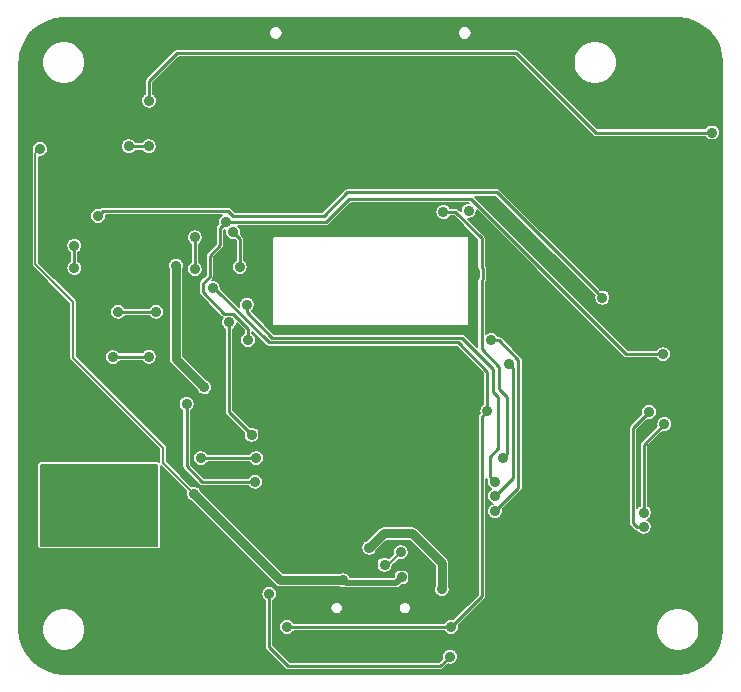
<source format=gbr>
%TF.GenerationSoftware,KiCad,Pcbnew,5.1.10-88a1d61d58~88~ubuntu20.04.1*%
%TF.CreationDate,2021-05-11T13:31:27+02:00*%
%TF.ProjectId,gamearino,67616d65-6172-4696-9e6f-2e6b69636164,v20.0.3*%
%TF.SameCoordinates,PX5f5e100PY5f5e100*%
%TF.FileFunction,Copper,L2,Bot*%
%TF.FilePolarity,Positive*%
%FSLAX46Y46*%
G04 Gerber Fmt 4.6, Leading zero omitted, Abs format (unit mm)*
G04 Created by KiCad (PCBNEW 5.1.10-88a1d61d58~88~ubuntu20.04.1) date 2021-05-11 13:31:27*
%MOMM*%
%LPD*%
G01*
G04 APERTURE LIST*
%TA.AperFunction,ComponentPad*%
%ADD10O,0.900000X1.700000*%
%TD*%
%TA.AperFunction,ComponentPad*%
%ADD11O,0.900000X2.000000*%
%TD*%
%TA.AperFunction,ViaPad*%
%ADD12C,0.900000*%
%TD*%
%TA.AperFunction,Conductor*%
%ADD13C,0.750000*%
%TD*%
%TA.AperFunction,Conductor*%
%ADD14C,0.200000*%
%TD*%
%TA.AperFunction,Conductor*%
%ADD15C,0.250000*%
%TD*%
%TA.AperFunction,Conductor*%
%ADD16C,0.500000*%
%TD*%
%TA.AperFunction,Conductor*%
%ADD17C,0.150000*%
%TD*%
%TA.AperFunction,Conductor*%
%ADD18C,0.300000*%
%TD*%
G04 APERTURE END LIST*
D10*
%TO.P,X1,S1*%
%TO.N,GND*%
X34320000Y2110000D03*
X25680000Y2110000D03*
D11*
X34320000Y6280000D03*
X25680000Y6280000D03*
%TD*%
D12*
%TO.N,+3V3*%
X13500000Y34800000D03*
X15900000Y24500000D03*
X7000000Y17000000D03*
X7000000Y16000000D03*
X7000000Y15000000D03*
X7000000Y14000000D03*
X7000000Y13000000D03*
X7000000Y12000000D03*
X36000000Y7400000D03*
X29875000Y10925000D03*
%TO.N,/USB/D+*%
X32540913Y10540921D03*
X31163495Y9493447D03*
%TO.N,/USB/RxD*%
X40200000Y28500000D03*
X40500000Y14000000D03*
%TO.N,/USB/TxD*%
X40500000Y15300000D03*
X41661584Y26488123D03*
%TO.N,Net-(C3-Pad1)*%
X15000000Y15500000D03*
X32600000Y8400000D03*
X27640360Y8168080D03*
X1999996Y44700000D03*
%TO.N,/OLED 128x64/SDA*%
X38274897Y39443563D03*
X19900000Y20500000D03*
X18000000Y30000000D03*
%TO.N,/OLED 128x64/SCL*%
X36149990Y39350016D03*
X41174979Y18538465D03*
%TO.N,/Auto-Reset/RTS*%
X53100000Y13900000D03*
X54850000Y21400000D03*
%TO.N,/Auto-Reset/DTR*%
X53100004Y12700000D03*
X53550000Y22400000D03*
%TO.N,/Buttons/C0*%
X40499976Y16500000D03*
X19500000Y31500000D03*
X11200000Y27100000D03*
X8152566Y27052566D03*
X9500000Y44900000D03*
X11200000Y44900000D03*
%TO.N,/Buttons/R0*%
X11224999Y48775001D03*
X58875000Y46075000D03*
%TO.N,/Buttons/R1*%
X15600000Y18500000D03*
X20300000Y18500000D03*
X6900000Y39000000D03*
X49600000Y32099986D03*
X36700000Y1700000D03*
X21400000Y7000000D03*
X4900000Y34600000D03*
X4900000Y36500000D03*
%TO.N,/Buttons/R2*%
X20200000Y16500000D03*
X14399999Y23100000D03*
X11800000Y30900000D03*
X8600000Y30900000D03*
X18900000Y34700000D03*
X18343940Y37634109D03*
%TO.N,/Buttons/C1*%
X16600000Y32900000D03*
X22900000Y4200000D03*
X36800000Y4200000D03*
X39874990Y22500000D03*
X15100000Y37200000D03*
X15100000Y34500000D03*
%TO.N,GND*%
X38300000Y12700000D03*
X8500000Y48500000D03*
X3500000Y41000000D03*
X3500000Y28500000D03*
X8500000Y33500000D03*
X8500000Y21000000D03*
X43500000Y48500000D03*
X56000000Y53500000D03*
X56000000Y35700000D03*
X46000000Y23500000D03*
X50200000Y4900000D03*
X38500000Y8500000D03*
X23500000Y6000000D03*
X22000000Y12000000D03*
X55000000Y13000000D03*
X7750000Y1250000D03*
X1500000Y8250000D03*
X31100000Y44100000D03*
X46300000Y19400000D03*
X43700000Y29700000D03*
X47600000Y37500000D03*
X33500000Y39600000D03*
X38700000Y34100000D03*
X5600000Y9900000D03*
X4300000Y20500000D03*
X8200000Y5600000D03*
X23500000Y2700000D03*
X30100000Y2800000D03*
X44600000Y33000000D03*
X14100000Y14600000D03*
X14900000Y11600000D03*
X16500000Y37600000D03*
X25500000Y45200000D03*
X57000000Y45000000D03*
X42000000Y3000000D03*
X18000000Y3000000D03*
X10000000Y43000000D03*
X3000000Y36000000D03*
X10000000Y29000000D03*
X45750000Y39250000D03*
X39800000Y54400000D03*
X35600000Y54450000D03*
X36100000Y44800000D03*
X28100000Y44200000D03*
X22500000Y45650000D03*
X40550000Y12500000D03*
X36373873Y5397811D03*
X27900000Y54400000D03*
X15500000Y28000000D03*
X15000000Y50300000D03*
X55000000Y24600000D03*
X18000159Y50099839D03*
X20400000Y54600000D03*
%TO.N,/~RESET*%
X19600000Y28500000D03*
X17749992Y38499990D03*
X54750000Y27300000D03*
%TD*%
D13*
%TO.N,+3V3*%
X13500000Y26900000D02*
X15900000Y24500000D01*
X13500000Y34800000D02*
X13500000Y26900000D01*
X31075000Y12125000D02*
X29875000Y10925000D01*
X33525000Y12125000D02*
X31075000Y12125000D01*
X36000000Y9650000D02*
X33525000Y12125000D01*
X36000000Y7400000D02*
X36000000Y9650000D01*
D14*
%TO.N,/USB/D+*%
X31493439Y9493447D02*
X31163495Y9493447D01*
X32540913Y10540921D02*
X31493439Y9493447D01*
D15*
%TO.N,/USB/RxD*%
X40949999Y14449999D02*
X40500000Y14000000D01*
X42500000Y16000000D02*
X40949999Y14449999D01*
X42500000Y26836396D02*
X42500000Y16000000D01*
X40836396Y28500000D02*
X42500000Y26836396D01*
X40200000Y28500000D02*
X40836396Y28500000D01*
%TO.N,/USB/TxD*%
X41999989Y26149718D02*
X41661584Y26488123D01*
X41999989Y16799989D02*
X41999989Y26149718D01*
X40500000Y15300000D02*
X41999989Y16799989D01*
D13*
%TO.N,Net-(C3-Pad1)*%
X22331920Y8168080D02*
X27640360Y8168080D01*
D16*
X32150001Y7950001D02*
X27858439Y7950001D01*
D13*
X15000000Y15500000D02*
X22331920Y8168080D01*
D16*
X32600000Y8400000D02*
X32150001Y7950001D01*
X27858439Y7950001D02*
X27640360Y8168080D01*
D14*
X1600000Y44300004D02*
X1999996Y44700000D01*
X15000000Y15500000D02*
X12400000Y18100000D01*
X12400000Y18100000D02*
X12400000Y19400000D01*
X12400000Y19400000D02*
X4800000Y27000000D01*
X4800000Y31700000D02*
X1600000Y34900000D01*
X4800000Y27000000D02*
X4800000Y31700000D01*
X1600000Y34900000D02*
X1600000Y44300004D01*
D15*
%TO.N,/OLED 128x64/SDA*%
X19900000Y20500000D02*
X18000000Y22400000D01*
X18000000Y22400000D02*
X18000000Y30000000D01*
%TO.N,/OLED 128x64/SCL*%
X40875012Y24332110D02*
X41499978Y23707144D01*
X39374999Y33553997D02*
X39374999Y27739245D01*
X41499978Y18863464D02*
X41174979Y18538465D01*
X39374999Y37125001D02*
X39374999Y34646003D01*
X40875012Y26239232D02*
X40875012Y24332110D01*
X41499978Y23707144D02*
X41499978Y18863464D01*
X39525001Y34496001D02*
X39525001Y33703999D01*
X36149990Y39350016D02*
X37149984Y39350016D01*
X39374999Y27739245D02*
X40875012Y26239232D01*
X37149984Y39350016D02*
X39374999Y37125001D01*
X39525001Y33703999D02*
X39374999Y33553997D01*
X39374999Y34646003D02*
X39525001Y34496001D01*
%TO.N,/Auto-Reset/RTS*%
X53100000Y19650000D02*
X54850000Y21400000D01*
X53100000Y13900000D02*
X53100000Y19650000D01*
%TO.N,/Auto-Reset/DTR*%
X53100004Y12700000D02*
X52500000Y12700000D01*
X52500000Y12700000D02*
X52200000Y13000000D01*
X52200000Y21050000D02*
X53550000Y22400000D01*
X52200000Y13000000D02*
X52200000Y21050000D01*
%TO.N,/Buttons/C0*%
X8200000Y27100000D02*
X8152566Y27052566D01*
X11200000Y27100000D02*
X8200000Y27100000D01*
X9500000Y44900000D02*
X11200000Y44900000D01*
X19500000Y31500000D02*
X19500000Y30863604D01*
X19500000Y30863604D02*
X21663604Y28700000D01*
X21663604Y28700000D02*
X37707122Y28700000D01*
X37707122Y28700000D02*
X40375001Y26032121D01*
X40049977Y18634467D02*
X40049977Y16949999D01*
X40375001Y26032121D02*
X40375002Y24124998D01*
X40778977Y19363467D02*
X40049977Y18634467D01*
X40375002Y24124998D02*
X40778977Y23721023D01*
X40778977Y23721023D02*
X40778977Y19363467D01*
X40049977Y16949999D02*
X40499976Y16500000D01*
%TO.N,/Buttons/R0*%
X11224999Y48775001D02*
X11224999Y50424999D01*
X11224999Y50424999D02*
X13600000Y52800000D01*
X13600000Y52800000D02*
X42300000Y52800000D01*
X42300000Y52800000D02*
X49025000Y46075000D01*
X49025000Y46075000D02*
X58875000Y46075000D01*
%TO.N,/Buttons/R1*%
X15600000Y18500000D02*
X20300000Y18500000D01*
X35884990Y884990D02*
X36700000Y1700000D01*
X23015010Y884990D02*
X35884990Y884990D01*
X21400000Y2500000D02*
X23015010Y884990D01*
X21400000Y7000000D02*
X21400000Y2500000D01*
X4900000Y34600000D02*
X4900000Y36500000D01*
X49150001Y32549985D02*
X49600000Y32099986D01*
X40699986Y41000000D02*
X49150001Y32549985D01*
X6900000Y39000000D02*
X7349999Y39449999D01*
X28000000Y41000000D02*
X40699986Y41000000D01*
X17872985Y39449999D02*
X18322984Y39000000D01*
X7349999Y39449999D02*
X17872985Y39449999D01*
X18322984Y39000000D02*
X26000000Y39000000D01*
X26000000Y39000000D02*
X28000000Y41000000D01*
%TO.N,/Buttons/R2*%
X14399999Y17800001D02*
X14399999Y23100000D01*
X15700000Y16500000D02*
X14399999Y17800001D01*
X20200000Y16500000D02*
X15700000Y16500000D01*
X11800000Y30900000D02*
X8600000Y30900000D01*
X18900000Y37078049D02*
X18343940Y37634109D01*
X18900000Y34700000D02*
X18900000Y37078049D01*
%TO.N,/Buttons/C1*%
X22900000Y4200000D02*
X36800000Y4200000D01*
X36800000Y4200000D02*
X39400000Y6800000D01*
X39400000Y22025010D02*
X39874990Y22500000D01*
X39400000Y6800000D02*
X39400000Y22025010D01*
X15100000Y37200000D02*
X15100000Y34500000D01*
X37400000Y28300000D02*
X39874990Y25825010D01*
X21338704Y28300000D02*
X37400000Y28300000D01*
X39874990Y25825010D02*
X39874990Y22500000D01*
X16738704Y32900000D02*
X21338704Y28300000D01*
X16600000Y32900000D02*
X16738704Y32900000D01*
%TO.N,/~RESET*%
X17225001Y36525001D02*
X17225001Y37974999D01*
X15774999Y32548005D02*
X15774999Y33296001D01*
X16353996Y35653996D02*
X17225001Y36525001D01*
X17225001Y37974999D02*
X17749992Y38499990D01*
X17598002Y30725002D02*
X15774999Y32548005D01*
X19600000Y28500000D02*
X19600000Y29473004D01*
X19600000Y29473004D02*
X18348002Y30725002D01*
X18348002Y30725002D02*
X17598002Y30725002D01*
X15774999Y33296001D02*
X16353996Y33874998D01*
X16353996Y33874998D02*
X16353996Y35653996D01*
X38464470Y40474992D02*
X51639462Y27300000D01*
X51639462Y27300000D02*
X54750000Y27300000D01*
X28182114Y40474992D02*
X38464470Y40474992D01*
X17749992Y38499990D02*
X26207112Y38499990D01*
X26207112Y38499990D02*
X28182114Y40474992D01*
%TD*%
D17*
%TO.N,GND*%
X56728145Y55677406D02*
X57428557Y55465939D01*
X58074557Y55122455D01*
X58641536Y54660038D01*
X59107897Y54096304D01*
X59455881Y53452721D01*
X59672234Y52753797D01*
X59749949Y52014389D01*
X59750001Y51999420D01*
X59750000Y4012229D01*
X59677406Y3271854D01*
X59465939Y2571443D01*
X59122455Y1925443D01*
X58660042Y1358469D01*
X58096304Y892103D01*
X57452717Y544117D01*
X56753802Y327768D01*
X56014390Y250051D01*
X55999708Y250000D01*
X4012229Y250000D01*
X3271854Y322594D01*
X2571443Y534061D01*
X1925443Y877545D01*
X1358469Y1339958D01*
X892103Y1903696D01*
X544117Y2547283D01*
X327768Y3246198D01*
X250051Y3985610D01*
X250000Y4000292D01*
X250000Y4179747D01*
X2175000Y4179747D01*
X2175000Y3820253D01*
X2245134Y3467667D01*
X2382706Y3135539D01*
X2582430Y2836631D01*
X2836631Y2582430D01*
X3135539Y2382706D01*
X3467667Y2245134D01*
X3820253Y2175000D01*
X4179747Y2175000D01*
X4532333Y2245134D01*
X4864461Y2382706D01*
X5163369Y2582430D01*
X5417570Y2836631D01*
X5617294Y3135539D01*
X5754866Y3467667D01*
X5825000Y3820253D01*
X5825000Y4179747D01*
X5754866Y4532333D01*
X5617294Y4864461D01*
X5417570Y5163369D01*
X5163369Y5417570D01*
X4864461Y5617294D01*
X4532333Y5754866D01*
X4179747Y5825000D01*
X3820253Y5825000D01*
X3467667Y5754866D01*
X3135539Y5617294D01*
X2836631Y5417570D01*
X2582430Y5163369D01*
X2382706Y4864461D01*
X2245134Y4532333D01*
X2175000Y4179747D01*
X250000Y4179747D01*
X250000Y7066482D01*
X20725000Y7066482D01*
X20725000Y6933518D01*
X20750940Y6803110D01*
X20801823Y6680268D01*
X20875693Y6569713D01*
X20969713Y6475693D01*
X21050000Y6422047D01*
X21050001Y2517198D01*
X21048307Y2500000D01*
X21055065Y2431389D01*
X21064549Y2400125D01*
X21075079Y2365413D01*
X21107579Y2304610D01*
X21151316Y2251315D01*
X21164676Y2240351D01*
X22755361Y649665D01*
X22766325Y636305D01*
X22819620Y592568D01*
X22880423Y560068D01*
X22915562Y549409D01*
X22946397Y540055D01*
X23015009Y533297D01*
X23032198Y534990D01*
X35867802Y534990D01*
X35884990Y533297D01*
X35902178Y534990D01*
X35902179Y534990D01*
X35953602Y540055D01*
X36019577Y560068D01*
X36080380Y592568D01*
X36133675Y636305D01*
X36144643Y649670D01*
X36538812Y1043838D01*
X36633518Y1025000D01*
X36766482Y1025000D01*
X36896890Y1050940D01*
X37019732Y1101823D01*
X37130287Y1175693D01*
X37224307Y1269713D01*
X37298177Y1380268D01*
X37349060Y1503110D01*
X37375000Y1633518D01*
X37375000Y1766482D01*
X37349060Y1896890D01*
X37298177Y2019732D01*
X37224307Y2130287D01*
X37130287Y2224307D01*
X37019732Y2298177D01*
X36896890Y2349060D01*
X36766482Y2375000D01*
X36633518Y2375000D01*
X36503110Y2349060D01*
X36380268Y2298177D01*
X36269713Y2224307D01*
X36175693Y2130287D01*
X36101823Y2019732D01*
X36050940Y1896890D01*
X36025000Y1766482D01*
X36025000Y1633518D01*
X36043838Y1538812D01*
X35740017Y1234990D01*
X23159984Y1234990D01*
X21750000Y2644973D01*
X21750000Y5851708D01*
X26585000Y5851708D01*
X26585000Y5748292D01*
X26605176Y5646863D01*
X26644751Y5551319D01*
X26702206Y5465332D01*
X26775332Y5392206D01*
X26861319Y5334751D01*
X26956863Y5295176D01*
X27058292Y5275000D01*
X27161708Y5275000D01*
X27263137Y5295176D01*
X27358681Y5334751D01*
X27444668Y5392206D01*
X27517794Y5465332D01*
X27575249Y5551319D01*
X27614824Y5646863D01*
X27635000Y5748292D01*
X27635000Y5851708D01*
X32365000Y5851708D01*
X32365000Y5748292D01*
X32385176Y5646863D01*
X32424751Y5551319D01*
X32482206Y5465332D01*
X32555332Y5392206D01*
X32641319Y5334751D01*
X32736863Y5295176D01*
X32838292Y5275000D01*
X32941708Y5275000D01*
X33043137Y5295176D01*
X33138681Y5334751D01*
X33224668Y5392206D01*
X33297794Y5465332D01*
X33355249Y5551319D01*
X33394824Y5646863D01*
X33415000Y5748292D01*
X33415000Y5851708D01*
X33394824Y5953137D01*
X33355249Y6048681D01*
X33297794Y6134668D01*
X33224668Y6207794D01*
X33138681Y6265249D01*
X33043137Y6304824D01*
X32941708Y6325000D01*
X32838292Y6325000D01*
X32736863Y6304824D01*
X32641319Y6265249D01*
X32555332Y6207794D01*
X32482206Y6134668D01*
X32424751Y6048681D01*
X32385176Y5953137D01*
X32365000Y5851708D01*
X27635000Y5851708D01*
X27614824Y5953137D01*
X27575249Y6048681D01*
X27517794Y6134668D01*
X27444668Y6207794D01*
X27358681Y6265249D01*
X27263137Y6304824D01*
X27161708Y6325000D01*
X27058292Y6325000D01*
X26956863Y6304824D01*
X26861319Y6265249D01*
X26775332Y6207794D01*
X26702206Y6134668D01*
X26644751Y6048681D01*
X26605176Y5953137D01*
X26585000Y5851708D01*
X21750000Y5851708D01*
X21750000Y6422047D01*
X21830287Y6475693D01*
X21924307Y6569713D01*
X21998177Y6680268D01*
X22049060Y6803110D01*
X22075000Y6933518D01*
X22075000Y7066482D01*
X22049060Y7196890D01*
X21998177Y7319732D01*
X21924307Y7430287D01*
X21830287Y7524307D01*
X21719732Y7598177D01*
X21596890Y7649060D01*
X21466482Y7675000D01*
X21333518Y7675000D01*
X21203110Y7649060D01*
X21080268Y7598177D01*
X20969713Y7524307D01*
X20875693Y7430287D01*
X20801823Y7319732D01*
X20750940Y7196890D01*
X20725000Y7066482D01*
X250000Y7066482D01*
X250000Y44300004D01*
X1273429Y44300004D01*
X1275001Y44284041D01*
X1275000Y34915953D01*
X1273429Y34900000D01*
X1275000Y34884047D01*
X1275000Y34884040D01*
X1278580Y34847694D01*
X1279703Y34836289D01*
X1284726Y34819732D01*
X1298287Y34775027D01*
X1328465Y34718567D01*
X1369079Y34669079D01*
X1381483Y34658899D01*
X4475001Y31565380D01*
X4475000Y27015953D01*
X4473429Y27000000D01*
X4475000Y26984047D01*
X4475000Y26984040D01*
X4479105Y26942363D01*
X4479703Y26936289D01*
X4489313Y26904611D01*
X4498287Y26875027D01*
X4528465Y26818567D01*
X4569079Y26769079D01*
X4581483Y26758899D01*
X12075001Y19265380D01*
X12075000Y18211241D01*
X12043895Y18220677D01*
X12000000Y18225000D01*
X2000000Y18225000D01*
X1956105Y18220677D01*
X1913896Y18207873D01*
X1874997Y18187081D01*
X1840901Y18159099D01*
X1812919Y18125003D01*
X1792127Y18086104D01*
X1779323Y18043895D01*
X1775000Y18000000D01*
X1775000Y11000000D01*
X1779323Y10956105D01*
X1792127Y10913896D01*
X1812919Y10874997D01*
X1840901Y10840901D01*
X1874997Y10812919D01*
X1913896Y10792127D01*
X1956105Y10779323D01*
X2000000Y10775000D01*
X12000000Y10775000D01*
X12043895Y10779323D01*
X12086104Y10792127D01*
X12125003Y10812919D01*
X12159099Y10840901D01*
X12187081Y10874997D01*
X12207873Y10913896D01*
X12220677Y10956105D01*
X12225000Y11000000D01*
X12225000Y17815382D01*
X14349704Y15690677D01*
X14325000Y15566482D01*
X14325000Y15433518D01*
X14350940Y15303110D01*
X14401823Y15180268D01*
X14475693Y15069713D01*
X14569713Y14975693D01*
X14680268Y14901823D01*
X14798711Y14852762D01*
X21886811Y7764661D01*
X21905603Y7741763D01*
X21996965Y7666784D01*
X22101199Y7611070D01*
X22214299Y7576762D01*
X22283938Y7569903D01*
X22331920Y7565177D01*
X22361394Y7568080D01*
X27325029Y7568080D01*
X27443470Y7519020D01*
X27573878Y7493080D01*
X27706842Y7493080D01*
X27719851Y7495668D01*
X27728382Y7493080D01*
X27765322Y7481874D01*
X27858438Y7472703D01*
X27881770Y7475001D01*
X32126669Y7475001D01*
X32150001Y7472703D01*
X32173333Y7475001D01*
X32243117Y7481874D01*
X32332655Y7509035D01*
X32415174Y7553142D01*
X32487502Y7612500D01*
X32502384Y7630634D01*
X32596751Y7725000D01*
X32666482Y7725000D01*
X32796890Y7750940D01*
X32919732Y7801823D01*
X33030287Y7875693D01*
X33124307Y7969713D01*
X33198177Y8080268D01*
X33249060Y8203110D01*
X33275000Y8333518D01*
X33275000Y8466482D01*
X33249060Y8596890D01*
X33198177Y8719732D01*
X33124307Y8830287D01*
X33030287Y8924307D01*
X32919732Y8998177D01*
X32796890Y9049060D01*
X32666482Y9075000D01*
X32533518Y9075000D01*
X32403110Y9049060D01*
X32280268Y8998177D01*
X32169713Y8924307D01*
X32075693Y8830287D01*
X32001823Y8719732D01*
X31950940Y8596890D01*
X31925000Y8466482D01*
X31925000Y8425001D01*
X28264554Y8425001D01*
X28238537Y8487812D01*
X28164667Y8598367D01*
X28070647Y8692387D01*
X27960092Y8766257D01*
X27837250Y8817140D01*
X27706842Y8843080D01*
X27573878Y8843080D01*
X27443470Y8817140D01*
X27325029Y8768080D01*
X22580448Y8768080D01*
X21788599Y9559929D01*
X30488495Y9559929D01*
X30488495Y9426965D01*
X30514435Y9296557D01*
X30565318Y9173715D01*
X30639188Y9063160D01*
X30733208Y8969140D01*
X30843763Y8895270D01*
X30966605Y8844387D01*
X31097013Y8818447D01*
X31229977Y8818447D01*
X31360385Y8844387D01*
X31483227Y8895270D01*
X31593782Y8969140D01*
X31687802Y9063160D01*
X31761672Y9173715D01*
X31812555Y9296557D01*
X31826556Y9366946D01*
X32350236Y9890625D01*
X32474431Y9865921D01*
X32607395Y9865921D01*
X32737803Y9891861D01*
X32860645Y9942744D01*
X32971200Y10016614D01*
X33065220Y10110634D01*
X33139090Y10221189D01*
X33189973Y10344031D01*
X33215913Y10474439D01*
X33215913Y10607403D01*
X33189973Y10737811D01*
X33139090Y10860653D01*
X33065220Y10971208D01*
X32971200Y11065228D01*
X32860645Y11139098D01*
X32737803Y11189981D01*
X32607395Y11215921D01*
X32474431Y11215921D01*
X32344023Y11189981D01*
X32221181Y11139098D01*
X32110626Y11065228D01*
X32016606Y10971208D01*
X31942736Y10860653D01*
X31891853Y10737811D01*
X31865913Y10607403D01*
X31865913Y10474439D01*
X31890617Y10350244D01*
X31572409Y10032035D01*
X31483227Y10091624D01*
X31360385Y10142507D01*
X31229977Y10168447D01*
X31097013Y10168447D01*
X30966605Y10142507D01*
X30843763Y10091624D01*
X30733208Y10017754D01*
X30639188Y9923734D01*
X30565318Y9813179D01*
X30514435Y9690337D01*
X30488495Y9559929D01*
X21788599Y9559929D01*
X20357046Y10991482D01*
X29200000Y10991482D01*
X29200000Y10858518D01*
X29225940Y10728110D01*
X29276823Y10605268D01*
X29350693Y10494713D01*
X29444713Y10400693D01*
X29555268Y10326823D01*
X29678110Y10275940D01*
X29808518Y10250000D01*
X29941482Y10250000D01*
X30071890Y10275940D01*
X30194732Y10326823D01*
X30305287Y10400693D01*
X30399307Y10494713D01*
X30473177Y10605268D01*
X30522238Y10723710D01*
X31323528Y11525000D01*
X33276473Y11525000D01*
X35400001Y9401471D01*
X35400000Y7715331D01*
X35350940Y7596890D01*
X35325000Y7466482D01*
X35325000Y7333518D01*
X35350940Y7203110D01*
X35401823Y7080268D01*
X35475693Y6969713D01*
X35569713Y6875693D01*
X35680268Y6801823D01*
X35803110Y6750940D01*
X35933518Y6725000D01*
X36066482Y6725000D01*
X36196890Y6750940D01*
X36319732Y6801823D01*
X36430287Y6875693D01*
X36524307Y6969713D01*
X36598177Y7080268D01*
X36649060Y7203110D01*
X36675000Y7333518D01*
X36675000Y7466482D01*
X36649060Y7596890D01*
X36600000Y7715331D01*
X36600000Y9620524D01*
X36602903Y9650000D01*
X36591319Y9767621D01*
X36557010Y9880721D01*
X36501296Y9984955D01*
X36426317Y10076317D01*
X36403419Y10095109D01*
X33970113Y12528414D01*
X33951317Y12551317D01*
X33859955Y12626296D01*
X33755721Y12682010D01*
X33642621Y12716318D01*
X33554474Y12725000D01*
X33525000Y12727903D01*
X33495526Y12725000D01*
X31104473Y12725000D01*
X31074999Y12727903D01*
X30957378Y12716318D01*
X30923070Y12705911D01*
X30844279Y12682010D01*
X30740045Y12626296D01*
X30648683Y12551317D01*
X30629891Y12528419D01*
X29673710Y11572238D01*
X29555268Y11523177D01*
X29444713Y11449307D01*
X29350693Y11355287D01*
X29276823Y11244732D01*
X29225940Y11121890D01*
X29200000Y10991482D01*
X20357046Y10991482D01*
X15647238Y15701289D01*
X15598177Y15819732D01*
X15524307Y15930287D01*
X15430287Y16024307D01*
X15319732Y16098177D01*
X15196890Y16149060D01*
X15066482Y16175000D01*
X14933518Y16175000D01*
X14809323Y16150296D01*
X12725000Y18234618D01*
X12725000Y19384048D01*
X12726571Y19400001D01*
X12725000Y19415954D01*
X12725000Y19415961D01*
X12720297Y19463711D01*
X12701713Y19524974D01*
X12671535Y19581434D01*
X12630921Y19630921D01*
X12618523Y19641096D01*
X9093137Y23166482D01*
X13724999Y23166482D01*
X13724999Y23033518D01*
X13750939Y22903110D01*
X13801822Y22780268D01*
X13875692Y22669713D01*
X13969712Y22575693D01*
X14050000Y22522047D01*
X14049999Y17817189D01*
X14048306Y17800001D01*
X14049999Y17782813D01*
X14055064Y17731390D01*
X14075077Y17665415D01*
X14107577Y17604612D01*
X14151314Y17551317D01*
X14164675Y17540352D01*
X15440351Y16264675D01*
X15451315Y16251315D01*
X15504610Y16207578D01*
X15565413Y16175078D01*
X15611374Y16161136D01*
X15631387Y16155065D01*
X15699999Y16148307D01*
X15717188Y16150000D01*
X19622047Y16150000D01*
X19675693Y16069713D01*
X19769713Y15975693D01*
X19880268Y15901823D01*
X20003110Y15850940D01*
X20133518Y15825000D01*
X20266482Y15825000D01*
X20396890Y15850940D01*
X20519732Y15901823D01*
X20630287Y15975693D01*
X20724307Y16069713D01*
X20798177Y16180268D01*
X20849060Y16303110D01*
X20875000Y16433518D01*
X20875000Y16566482D01*
X20849060Y16696890D01*
X20798177Y16819732D01*
X20724307Y16930287D01*
X20630287Y17024307D01*
X20519732Y17098177D01*
X20396890Y17149060D01*
X20266482Y17175000D01*
X20133518Y17175000D01*
X20003110Y17149060D01*
X19880268Y17098177D01*
X19769713Y17024307D01*
X19675693Y16930287D01*
X19622047Y16850000D01*
X15844974Y16850000D01*
X14749999Y17944974D01*
X14749999Y18566482D01*
X14925000Y18566482D01*
X14925000Y18433518D01*
X14950940Y18303110D01*
X15001823Y18180268D01*
X15075693Y18069713D01*
X15169713Y17975693D01*
X15280268Y17901823D01*
X15403110Y17850940D01*
X15533518Y17825000D01*
X15666482Y17825000D01*
X15796890Y17850940D01*
X15919732Y17901823D01*
X16030287Y17975693D01*
X16124307Y18069713D01*
X16177953Y18150000D01*
X19722047Y18150000D01*
X19775693Y18069713D01*
X19869713Y17975693D01*
X19980268Y17901823D01*
X20103110Y17850940D01*
X20233518Y17825000D01*
X20366482Y17825000D01*
X20496890Y17850940D01*
X20619732Y17901823D01*
X20730287Y17975693D01*
X20824307Y18069713D01*
X20898177Y18180268D01*
X20949060Y18303110D01*
X20975000Y18433518D01*
X20975000Y18566482D01*
X20949060Y18696890D01*
X20898177Y18819732D01*
X20824307Y18930287D01*
X20730287Y19024307D01*
X20619732Y19098177D01*
X20496890Y19149060D01*
X20366482Y19175000D01*
X20233518Y19175000D01*
X20103110Y19149060D01*
X19980268Y19098177D01*
X19869713Y19024307D01*
X19775693Y18930287D01*
X19722047Y18850000D01*
X16177953Y18850000D01*
X16124307Y18930287D01*
X16030287Y19024307D01*
X15919732Y19098177D01*
X15796890Y19149060D01*
X15666482Y19175000D01*
X15533518Y19175000D01*
X15403110Y19149060D01*
X15280268Y19098177D01*
X15169713Y19024307D01*
X15075693Y18930287D01*
X15001823Y18819732D01*
X14950940Y18696890D01*
X14925000Y18566482D01*
X14749999Y18566482D01*
X14749999Y22522047D01*
X14830286Y22575693D01*
X14924306Y22669713D01*
X14998176Y22780268D01*
X15049059Y22903110D01*
X15074999Y23033518D01*
X15074999Y23166482D01*
X15049059Y23296890D01*
X14998176Y23419732D01*
X14924306Y23530287D01*
X14830286Y23624307D01*
X14719731Y23698177D01*
X14596889Y23749060D01*
X14466481Y23775000D01*
X14333517Y23775000D01*
X14203109Y23749060D01*
X14080267Y23698177D01*
X13969712Y23624307D01*
X13875692Y23530287D01*
X13801822Y23419732D01*
X13750939Y23296890D01*
X13724999Y23166482D01*
X9093137Y23166482D01*
X5140571Y27119048D01*
X7477566Y27119048D01*
X7477566Y26986084D01*
X7503506Y26855676D01*
X7554389Y26732834D01*
X7628259Y26622279D01*
X7722279Y26528259D01*
X7832834Y26454389D01*
X7955676Y26403506D01*
X8086084Y26377566D01*
X8219048Y26377566D01*
X8349456Y26403506D01*
X8472298Y26454389D01*
X8582853Y26528259D01*
X8676873Y26622279D01*
X8750743Y26732834D01*
X8757853Y26750000D01*
X10622047Y26750000D01*
X10675693Y26669713D01*
X10769713Y26575693D01*
X10880268Y26501823D01*
X11003110Y26450940D01*
X11133518Y26425000D01*
X11266482Y26425000D01*
X11396890Y26450940D01*
X11519732Y26501823D01*
X11630287Y26575693D01*
X11724307Y26669713D01*
X11798177Y26780268D01*
X11849060Y26903110D01*
X11875000Y27033518D01*
X11875000Y27166482D01*
X11849060Y27296890D01*
X11798177Y27419732D01*
X11724307Y27530287D01*
X11630287Y27624307D01*
X11519732Y27698177D01*
X11396890Y27749060D01*
X11266482Y27775000D01*
X11133518Y27775000D01*
X11003110Y27749060D01*
X10880268Y27698177D01*
X10769713Y27624307D01*
X10675693Y27530287D01*
X10622047Y27450000D01*
X8698825Y27450000D01*
X8676873Y27482853D01*
X8582853Y27576873D01*
X8472298Y27650743D01*
X8349456Y27701626D01*
X8219048Y27727566D01*
X8086084Y27727566D01*
X7955676Y27701626D01*
X7832834Y27650743D01*
X7722279Y27576873D01*
X7628259Y27482853D01*
X7554389Y27372298D01*
X7503506Y27249456D01*
X7477566Y27119048D01*
X5140571Y27119048D01*
X5125000Y27134618D01*
X5125000Y30966482D01*
X7925000Y30966482D01*
X7925000Y30833518D01*
X7950940Y30703110D01*
X8001823Y30580268D01*
X8075693Y30469713D01*
X8169713Y30375693D01*
X8280268Y30301823D01*
X8403110Y30250940D01*
X8533518Y30225000D01*
X8666482Y30225000D01*
X8796890Y30250940D01*
X8919732Y30301823D01*
X9030287Y30375693D01*
X9124307Y30469713D01*
X9177953Y30550000D01*
X11222047Y30550000D01*
X11275693Y30469713D01*
X11369713Y30375693D01*
X11480268Y30301823D01*
X11603110Y30250940D01*
X11733518Y30225000D01*
X11866482Y30225000D01*
X11996890Y30250940D01*
X12119732Y30301823D01*
X12230287Y30375693D01*
X12324307Y30469713D01*
X12398177Y30580268D01*
X12449060Y30703110D01*
X12475000Y30833518D01*
X12475000Y30966482D01*
X12449060Y31096890D01*
X12398177Y31219732D01*
X12324307Y31330287D01*
X12230287Y31424307D01*
X12119732Y31498177D01*
X11996890Y31549060D01*
X11866482Y31575000D01*
X11733518Y31575000D01*
X11603110Y31549060D01*
X11480268Y31498177D01*
X11369713Y31424307D01*
X11275693Y31330287D01*
X11222047Y31250000D01*
X9177953Y31250000D01*
X9124307Y31330287D01*
X9030287Y31424307D01*
X8919732Y31498177D01*
X8796890Y31549060D01*
X8666482Y31575000D01*
X8533518Y31575000D01*
X8403110Y31549060D01*
X8280268Y31498177D01*
X8169713Y31424307D01*
X8075693Y31330287D01*
X8001823Y31219732D01*
X7950940Y31096890D01*
X7925000Y30966482D01*
X5125000Y30966482D01*
X5125000Y31684048D01*
X5126571Y31700001D01*
X5125000Y31715954D01*
X5125000Y31715961D01*
X5120297Y31763711D01*
X5101713Y31824974D01*
X5071535Y31881434D01*
X5030921Y31930921D01*
X5018523Y31941096D01*
X1925000Y35034618D01*
X1925000Y36566482D01*
X4225000Y36566482D01*
X4225000Y36433518D01*
X4250940Y36303110D01*
X4301823Y36180268D01*
X4375693Y36069713D01*
X4469713Y35975693D01*
X4550001Y35922047D01*
X4550000Y35177953D01*
X4469713Y35124307D01*
X4375693Y35030287D01*
X4301823Y34919732D01*
X4250940Y34796890D01*
X4225000Y34666482D01*
X4225000Y34533518D01*
X4250940Y34403110D01*
X4301823Y34280268D01*
X4375693Y34169713D01*
X4469713Y34075693D01*
X4580268Y34001823D01*
X4703110Y33950940D01*
X4833518Y33925000D01*
X4966482Y33925000D01*
X5096890Y33950940D01*
X5219732Y34001823D01*
X5330287Y34075693D01*
X5424307Y34169713D01*
X5498177Y34280268D01*
X5549060Y34403110D01*
X5575000Y34533518D01*
X5575000Y34666482D01*
X5549060Y34796890D01*
X5520234Y34866482D01*
X12825000Y34866482D01*
X12825000Y34733518D01*
X12850940Y34603110D01*
X12900000Y34484669D01*
X12900001Y26929484D01*
X12897097Y26900000D01*
X12908682Y26782380D01*
X12939829Y26679703D01*
X12942991Y26669279D01*
X12998705Y26565045D01*
X13073684Y26473683D01*
X13096582Y26454891D01*
X15252763Y24298709D01*
X15301823Y24180268D01*
X15375693Y24069713D01*
X15469713Y23975693D01*
X15580268Y23901823D01*
X15703110Y23850940D01*
X15833518Y23825000D01*
X15966482Y23825000D01*
X16096890Y23850940D01*
X16219732Y23901823D01*
X16330287Y23975693D01*
X16424307Y24069713D01*
X16498177Y24180268D01*
X16549060Y24303110D01*
X16575000Y24433518D01*
X16575000Y24566482D01*
X16549060Y24696890D01*
X16498177Y24819732D01*
X16424307Y24930287D01*
X16330287Y25024307D01*
X16219732Y25098177D01*
X16101291Y25147237D01*
X14100000Y27148527D01*
X14100000Y34484669D01*
X14149060Y34603110D01*
X14175000Y34733518D01*
X14175000Y34866482D01*
X14149060Y34996890D01*
X14098177Y35119732D01*
X14024307Y35230287D01*
X13930287Y35324307D01*
X13819732Y35398177D01*
X13696890Y35449060D01*
X13566482Y35475000D01*
X13433518Y35475000D01*
X13303110Y35449060D01*
X13180268Y35398177D01*
X13069713Y35324307D01*
X12975693Y35230287D01*
X12901823Y35119732D01*
X12850940Y34996890D01*
X12825000Y34866482D01*
X5520234Y34866482D01*
X5498177Y34919732D01*
X5424307Y35030287D01*
X5330287Y35124307D01*
X5250000Y35177953D01*
X5250000Y35922047D01*
X5330287Y35975693D01*
X5424307Y36069713D01*
X5498177Y36180268D01*
X5549060Y36303110D01*
X5575000Y36433518D01*
X5575000Y36566482D01*
X5549060Y36696890D01*
X5498177Y36819732D01*
X5424307Y36930287D01*
X5330287Y37024307D01*
X5219732Y37098177D01*
X5096890Y37149060D01*
X4966482Y37175000D01*
X4833518Y37175000D01*
X4703110Y37149060D01*
X4580268Y37098177D01*
X4469713Y37024307D01*
X4375693Y36930287D01*
X4301823Y36819732D01*
X4250940Y36696890D01*
X4225000Y36566482D01*
X1925000Y36566482D01*
X1925000Y37266482D01*
X14425000Y37266482D01*
X14425000Y37133518D01*
X14450940Y37003110D01*
X14501823Y36880268D01*
X14575693Y36769713D01*
X14669713Y36675693D01*
X14750000Y36622047D01*
X14750001Y35077953D01*
X14669713Y35024307D01*
X14575693Y34930287D01*
X14501823Y34819732D01*
X14450940Y34696890D01*
X14425000Y34566482D01*
X14425000Y34433518D01*
X14450940Y34303110D01*
X14501823Y34180268D01*
X14575693Y34069713D01*
X14669713Y33975693D01*
X14780268Y33901823D01*
X14903110Y33850940D01*
X15033518Y33825000D01*
X15166482Y33825000D01*
X15296890Y33850940D01*
X15419732Y33901823D01*
X15530287Y33975693D01*
X15624307Y34069713D01*
X15698177Y34180268D01*
X15749060Y34303110D01*
X15775000Y34433518D01*
X15775000Y34566482D01*
X15749060Y34696890D01*
X15698177Y34819732D01*
X15624307Y34930287D01*
X15530287Y35024307D01*
X15450000Y35077953D01*
X15450000Y36622047D01*
X15530287Y36675693D01*
X15624307Y36769713D01*
X15698177Y36880268D01*
X15749060Y37003110D01*
X15775000Y37133518D01*
X15775000Y37266482D01*
X15749060Y37396890D01*
X15698177Y37519732D01*
X15624307Y37630287D01*
X15530287Y37724307D01*
X15419732Y37798177D01*
X15296890Y37849060D01*
X15166482Y37875000D01*
X15033518Y37875000D01*
X14903110Y37849060D01*
X14780268Y37798177D01*
X14669713Y37724307D01*
X14575693Y37630287D01*
X14501823Y37519732D01*
X14450940Y37396890D01*
X14425000Y37266482D01*
X1925000Y37266482D01*
X1925000Y39066482D01*
X6225000Y39066482D01*
X6225000Y38933518D01*
X6250940Y38803110D01*
X6301823Y38680268D01*
X6375693Y38569713D01*
X6469713Y38475693D01*
X6580268Y38401823D01*
X6703110Y38350940D01*
X6833518Y38325000D01*
X6966482Y38325000D01*
X7096890Y38350940D01*
X7219732Y38401823D01*
X7330287Y38475693D01*
X7424307Y38569713D01*
X7498177Y38680268D01*
X7549060Y38803110D01*
X7575000Y38933518D01*
X7575000Y39066482D01*
X7568333Y39099999D01*
X17434683Y39099999D01*
X17430260Y39098167D01*
X17319705Y39024297D01*
X17225685Y38930277D01*
X17151815Y38819722D01*
X17100932Y38696880D01*
X17074992Y38566472D01*
X17074992Y38433508D01*
X17093830Y38338802D01*
X16989677Y38234648D01*
X16976317Y38223684D01*
X16932580Y38170389D01*
X16920772Y38148297D01*
X16900080Y38109586D01*
X16880066Y38043610D01*
X16873308Y37974999D01*
X16875002Y37957801D01*
X16875001Y36669975D01*
X16118672Y35913645D01*
X16105312Y35902681D01*
X16061575Y35849386D01*
X16029075Y35788583D01*
X16009061Y35722607D01*
X16002303Y35653996D01*
X16003997Y35636798D01*
X16003996Y34019973D01*
X15539675Y33555650D01*
X15526315Y33544686D01*
X15482578Y33491391D01*
X15450078Y33430588D01*
X15430064Y33364612D01*
X15423306Y33296001D01*
X15425000Y33278803D01*
X15424999Y32565194D01*
X15423306Y32548005D01*
X15424999Y32530817D01*
X15430064Y32479394D01*
X15450077Y32413419D01*
X15482577Y32352616D01*
X15526314Y32299321D01*
X15539675Y32288356D01*
X17338357Y30489672D01*
X17349317Y30476317D01*
X17402612Y30432580D01*
X17457590Y30403194D01*
X17401823Y30319732D01*
X17350940Y30196890D01*
X17325000Y30066482D01*
X17325000Y29933518D01*
X17350940Y29803110D01*
X17401823Y29680268D01*
X17475693Y29569713D01*
X17569713Y29475693D01*
X17650001Y29422047D01*
X17650000Y22417188D01*
X17648307Y22400000D01*
X17650000Y22382812D01*
X17655065Y22331389D01*
X17675078Y22265414D01*
X17707578Y22204611D01*
X17751315Y22151316D01*
X17764676Y22140351D01*
X19243838Y20661188D01*
X19225000Y20566482D01*
X19225000Y20433518D01*
X19250940Y20303110D01*
X19301823Y20180268D01*
X19375693Y20069713D01*
X19469713Y19975693D01*
X19580268Y19901823D01*
X19703110Y19850940D01*
X19833518Y19825000D01*
X19966482Y19825000D01*
X20096890Y19850940D01*
X20219732Y19901823D01*
X20330287Y19975693D01*
X20424307Y20069713D01*
X20498177Y20180268D01*
X20549060Y20303110D01*
X20575000Y20433518D01*
X20575000Y20566482D01*
X20549060Y20696890D01*
X20498177Y20819732D01*
X20424307Y20930287D01*
X20330287Y21024307D01*
X20219732Y21098177D01*
X20096890Y21149060D01*
X19966482Y21175000D01*
X19833518Y21175000D01*
X19738812Y21156162D01*
X18350000Y22544973D01*
X18350000Y29422047D01*
X18430287Y29475693D01*
X18524307Y29569713D01*
X18598177Y29680268D01*
X18649060Y29803110D01*
X18669942Y29908088D01*
X19250001Y29328028D01*
X19250001Y29077953D01*
X19169713Y29024307D01*
X19075693Y28930287D01*
X19001823Y28819732D01*
X18950940Y28696890D01*
X18925000Y28566482D01*
X18925000Y28433518D01*
X18950940Y28303110D01*
X19001823Y28180268D01*
X19075693Y28069713D01*
X19169713Y27975693D01*
X19280268Y27901823D01*
X19403110Y27850940D01*
X19533518Y27825000D01*
X19666482Y27825000D01*
X19796890Y27850940D01*
X19919732Y27901823D01*
X20030287Y27975693D01*
X20124307Y28069713D01*
X20198177Y28180268D01*
X20249060Y28303110D01*
X20275000Y28433518D01*
X20275000Y28566482D01*
X20249060Y28696890D01*
X20198177Y28819732D01*
X20124307Y28930287D01*
X20030287Y29024307D01*
X19950000Y29077953D01*
X19950000Y29193729D01*
X21079060Y28064669D01*
X21090019Y28051315D01*
X21143314Y28007578D01*
X21204117Y27975078D01*
X21270092Y27955065D01*
X21321515Y27950000D01*
X21321517Y27950000D01*
X21338703Y27948307D01*
X21355889Y27950000D01*
X37255027Y27950000D01*
X39524990Y25680035D01*
X39524991Y23077953D01*
X39444703Y23024307D01*
X39350683Y22930287D01*
X39276813Y22819732D01*
X39225930Y22696890D01*
X39199990Y22566482D01*
X39199990Y22433518D01*
X39218828Y22338812D01*
X39164675Y22284659D01*
X39151316Y22273695D01*
X39107579Y22220400D01*
X39086128Y22180268D01*
X39075079Y22159597D01*
X39055065Y22093621D01*
X39048307Y22025010D01*
X39050001Y22007812D01*
X39050000Y6944975D01*
X36961188Y4856162D01*
X36866482Y4875000D01*
X36733518Y4875000D01*
X36603110Y4849060D01*
X36480268Y4798177D01*
X36369713Y4724307D01*
X36275693Y4630287D01*
X36222047Y4550000D01*
X23477953Y4550000D01*
X23424307Y4630287D01*
X23330287Y4724307D01*
X23219732Y4798177D01*
X23096890Y4849060D01*
X22966482Y4875000D01*
X22833518Y4875000D01*
X22703110Y4849060D01*
X22580268Y4798177D01*
X22469713Y4724307D01*
X22375693Y4630287D01*
X22301823Y4519732D01*
X22250940Y4396890D01*
X22225000Y4266482D01*
X22225000Y4133518D01*
X22250940Y4003110D01*
X22301823Y3880268D01*
X22375693Y3769713D01*
X22469713Y3675693D01*
X22580268Y3601823D01*
X22703110Y3550940D01*
X22833518Y3525000D01*
X22966482Y3525000D01*
X23096890Y3550940D01*
X23219732Y3601823D01*
X23330287Y3675693D01*
X23424307Y3769713D01*
X23477953Y3850000D01*
X36222047Y3850000D01*
X36275693Y3769713D01*
X36369713Y3675693D01*
X36480268Y3601823D01*
X36603110Y3550940D01*
X36733518Y3525000D01*
X36866482Y3525000D01*
X36996890Y3550940D01*
X37119732Y3601823D01*
X37230287Y3675693D01*
X37324307Y3769713D01*
X37398177Y3880268D01*
X37449060Y4003110D01*
X37475000Y4133518D01*
X37475000Y4179747D01*
X54175000Y4179747D01*
X54175000Y3820253D01*
X54245134Y3467667D01*
X54382706Y3135539D01*
X54582430Y2836631D01*
X54836631Y2582430D01*
X55135539Y2382706D01*
X55467667Y2245134D01*
X55820253Y2175000D01*
X56179747Y2175000D01*
X56532333Y2245134D01*
X56864461Y2382706D01*
X57163369Y2582430D01*
X57417570Y2836631D01*
X57617294Y3135539D01*
X57754866Y3467667D01*
X57825000Y3820253D01*
X57825000Y4179747D01*
X57754866Y4532333D01*
X57617294Y4864461D01*
X57417570Y5163369D01*
X57163369Y5417570D01*
X56864461Y5617294D01*
X56532333Y5754866D01*
X56179747Y5825000D01*
X55820253Y5825000D01*
X55467667Y5754866D01*
X55135539Y5617294D01*
X54836631Y5417570D01*
X54582430Y5163369D01*
X54382706Y4864461D01*
X54245134Y4532333D01*
X54175000Y4179747D01*
X37475000Y4179747D01*
X37475000Y4266482D01*
X37456162Y4361188D01*
X39635335Y6540360D01*
X39648684Y6551315D01*
X39692422Y6604610D01*
X39724922Y6665413D01*
X39744935Y6731388D01*
X39750000Y6782811D01*
X39750000Y6782813D01*
X39751693Y6799999D01*
X39750000Y6817185D01*
X39750000Y16768745D01*
X39757556Y16754609D01*
X39801293Y16701314D01*
X39814652Y16690350D01*
X39843814Y16661188D01*
X39824976Y16566482D01*
X39824976Y16433518D01*
X39850916Y16303110D01*
X39901799Y16180268D01*
X39975669Y16069713D01*
X40069689Y15975693D01*
X40180244Y15901823D01*
X40184657Y15899995D01*
X40180268Y15898177D01*
X40069713Y15824307D01*
X39975693Y15730287D01*
X39901823Y15619732D01*
X39850940Y15496890D01*
X39825000Y15366482D01*
X39825000Y15233518D01*
X39850940Y15103110D01*
X39901823Y14980268D01*
X39975693Y14869713D01*
X40069713Y14775693D01*
X40180268Y14701823D01*
X40303110Y14650940D01*
X40307836Y14650000D01*
X40303110Y14649060D01*
X40180268Y14598177D01*
X40069713Y14524307D01*
X39975693Y14430287D01*
X39901823Y14319732D01*
X39850940Y14196890D01*
X39825000Y14066482D01*
X39825000Y13933518D01*
X39850940Y13803110D01*
X39901823Y13680268D01*
X39975693Y13569713D01*
X40069713Y13475693D01*
X40180268Y13401823D01*
X40303110Y13350940D01*
X40433518Y13325000D01*
X40566482Y13325000D01*
X40696890Y13350940D01*
X40819732Y13401823D01*
X40930287Y13475693D01*
X41024307Y13569713D01*
X41098177Y13680268D01*
X41149060Y13803110D01*
X41175000Y13933518D01*
X41175000Y14066482D01*
X41156162Y14161187D01*
X41209641Y14214666D01*
X41209650Y14214677D01*
X42735330Y15740355D01*
X42748685Y15751315D01*
X42792422Y15804610D01*
X42824922Y15865413D01*
X42844935Y15931388D01*
X42850000Y15982811D01*
X42850000Y15982813D01*
X42851693Y15999999D01*
X42850000Y16017185D01*
X42850000Y21050000D01*
X51848307Y21050000D01*
X51850001Y21032802D01*
X51850000Y13017188D01*
X51848307Y13000000D01*
X51850000Y12982812D01*
X51855065Y12931389D01*
X51875078Y12865414D01*
X51907578Y12804611D01*
X51951315Y12751316D01*
X51964676Y12740351D01*
X52240351Y12464675D01*
X52251315Y12451315D01*
X52304610Y12407578D01*
X52365413Y12375078D01*
X52411374Y12361136D01*
X52431387Y12355065D01*
X52499999Y12348307D01*
X52517188Y12350000D01*
X52522051Y12350000D01*
X52575697Y12269713D01*
X52669717Y12175693D01*
X52780272Y12101823D01*
X52903114Y12050940D01*
X53033522Y12025000D01*
X53166486Y12025000D01*
X53296894Y12050940D01*
X53419736Y12101823D01*
X53530291Y12175693D01*
X53624311Y12269713D01*
X53698181Y12380268D01*
X53749064Y12503110D01*
X53775004Y12633518D01*
X53775004Y12766482D01*
X53749064Y12896890D01*
X53698181Y13019732D01*
X53624311Y13130287D01*
X53530291Y13224307D01*
X53419736Y13298177D01*
X53415333Y13300001D01*
X53419732Y13301823D01*
X53530287Y13375693D01*
X53624307Y13469713D01*
X53698177Y13580268D01*
X53749060Y13703110D01*
X53775000Y13833518D01*
X53775000Y13966482D01*
X53749060Y14096890D01*
X53698177Y14219732D01*
X53624307Y14330287D01*
X53530287Y14424307D01*
X53450000Y14477953D01*
X53450000Y19505027D01*
X54688813Y20743838D01*
X54783518Y20725000D01*
X54916482Y20725000D01*
X55046890Y20750940D01*
X55169732Y20801823D01*
X55280287Y20875693D01*
X55374307Y20969713D01*
X55448177Y21080268D01*
X55499060Y21203110D01*
X55525000Y21333518D01*
X55525000Y21466482D01*
X55499060Y21596890D01*
X55448177Y21719732D01*
X55374307Y21830287D01*
X55280287Y21924307D01*
X55169732Y21998177D01*
X55046890Y22049060D01*
X54916482Y22075000D01*
X54783518Y22075000D01*
X54653110Y22049060D01*
X54530268Y21998177D01*
X54419713Y21924307D01*
X54325693Y21830287D01*
X54251823Y21719732D01*
X54200940Y21596890D01*
X54175000Y21466482D01*
X54175000Y21333518D01*
X54193838Y21238813D01*
X52864676Y19909649D01*
X52851316Y19898685D01*
X52807579Y19845390D01*
X52775079Y19784587D01*
X52755065Y19718611D01*
X52748307Y19650000D01*
X52750001Y19632802D01*
X52750000Y14477953D01*
X52669713Y14424307D01*
X52575693Y14330287D01*
X52550000Y14291834D01*
X52550000Y20905027D01*
X53388813Y21743838D01*
X53483518Y21725000D01*
X53616482Y21725000D01*
X53746890Y21750940D01*
X53869732Y21801823D01*
X53980287Y21875693D01*
X54074307Y21969713D01*
X54148177Y22080268D01*
X54199060Y22203110D01*
X54225000Y22333518D01*
X54225000Y22466482D01*
X54199060Y22596890D01*
X54148177Y22719732D01*
X54074307Y22830287D01*
X53980287Y22924307D01*
X53869732Y22998177D01*
X53746890Y23049060D01*
X53616482Y23075000D01*
X53483518Y23075000D01*
X53353110Y23049060D01*
X53230268Y22998177D01*
X53119713Y22924307D01*
X53025693Y22830287D01*
X52951823Y22719732D01*
X52900940Y22596890D01*
X52875000Y22466482D01*
X52875000Y22333518D01*
X52893838Y22238813D01*
X51964676Y21309649D01*
X51951316Y21298685D01*
X51907579Y21245390D01*
X51885782Y21204610D01*
X51875079Y21184587D01*
X51855065Y21118611D01*
X51848307Y21050000D01*
X42850000Y21050000D01*
X42850000Y26819211D01*
X42851693Y26836397D01*
X42847888Y26875027D01*
X42844935Y26905008D01*
X42824922Y26970983D01*
X42792422Y27031786D01*
X42748684Y27085081D01*
X42735335Y27096036D01*
X41096049Y28735320D01*
X41085081Y28748685D01*
X41031786Y28792422D01*
X40970983Y28824922D01*
X40905008Y28844935D01*
X40853585Y28850000D01*
X40853584Y28850000D01*
X40836396Y28851693D01*
X40819208Y28850000D01*
X40777953Y28850000D01*
X40724307Y28930287D01*
X40630287Y29024307D01*
X40519732Y29098177D01*
X40396890Y29149060D01*
X40266482Y29175000D01*
X40133518Y29175000D01*
X40003110Y29149060D01*
X39880268Y29098177D01*
X39769713Y29024307D01*
X39724999Y28979593D01*
X39724999Y33409024D01*
X39760320Y33444345D01*
X39773686Y33455314D01*
X39817423Y33508609D01*
X39841683Y33553997D01*
X39849923Y33569411D01*
X39869936Y33635387D01*
X39871148Y33647694D01*
X39875001Y33686810D01*
X39876694Y33703999D01*
X39875001Y33721188D01*
X39875001Y34478812D01*
X39876694Y34496001D01*
X39869936Y34564613D01*
X39849923Y34630589D01*
X39841527Y34646296D01*
X39817423Y34691391D01*
X39773685Y34744686D01*
X39760325Y34755650D01*
X39724999Y34790976D01*
X39724999Y37107816D01*
X39726692Y37125002D01*
X39724999Y37142190D01*
X39719934Y37193613D01*
X39699921Y37259588D01*
X39667421Y37320391D01*
X39623683Y37373686D01*
X39610334Y37384641D01*
X38226411Y38768563D01*
X38341379Y38768563D01*
X38471787Y38794503D01*
X38594629Y38845386D01*
X38705184Y38919256D01*
X38799204Y39013276D01*
X38873074Y39123831D01*
X38923957Y39246673D01*
X38949897Y39377081D01*
X38949897Y39494592D01*
X51379818Y27064669D01*
X51390777Y27051315D01*
X51444072Y27007578D01*
X51504875Y26975078D01*
X51570850Y26955065D01*
X51622273Y26950000D01*
X51622275Y26950000D01*
X51639461Y26948307D01*
X51656647Y26950000D01*
X54172047Y26950000D01*
X54225693Y26869713D01*
X54319713Y26775693D01*
X54430268Y26701823D01*
X54553110Y26650940D01*
X54683518Y26625000D01*
X54816482Y26625000D01*
X54946890Y26650940D01*
X55069732Y26701823D01*
X55180287Y26775693D01*
X55274307Y26869713D01*
X55348177Y26980268D01*
X55399060Y27103110D01*
X55425000Y27233518D01*
X55425000Y27366482D01*
X55399060Y27496890D01*
X55348177Y27619732D01*
X55274307Y27730287D01*
X55180287Y27824307D01*
X55069732Y27898177D01*
X54946890Y27949060D01*
X54816482Y27975000D01*
X54683518Y27975000D01*
X54553110Y27949060D01*
X54430268Y27898177D01*
X54319713Y27824307D01*
X54225693Y27730287D01*
X54172047Y27650000D01*
X51784437Y27650000D01*
X38784435Y40650000D01*
X40555013Y40650000D01*
X48914668Y32290344D01*
X48914673Y32290340D01*
X48943838Y32261174D01*
X48925000Y32166468D01*
X48925000Y32033504D01*
X48950940Y31903096D01*
X49001823Y31780254D01*
X49075693Y31669699D01*
X49169713Y31575679D01*
X49280268Y31501809D01*
X49403110Y31450926D01*
X49533518Y31424986D01*
X49666482Y31424986D01*
X49796890Y31450926D01*
X49919732Y31501809D01*
X50030287Y31575679D01*
X50124307Y31669699D01*
X50198177Y31780254D01*
X50249060Y31903096D01*
X50275000Y32033504D01*
X50275000Y32166468D01*
X50249060Y32296876D01*
X50198177Y32419718D01*
X50124307Y32530273D01*
X50030287Y32624293D01*
X49919732Y32698163D01*
X49796890Y32749046D01*
X49666482Y32774986D01*
X49533518Y32774986D01*
X49438812Y32756148D01*
X49409646Y32785313D01*
X49409642Y32785318D01*
X40959640Y41235319D01*
X40948671Y41248685D01*
X40895376Y41292422D01*
X40834573Y41324922D01*
X40768598Y41344935D01*
X40717175Y41350000D01*
X40717174Y41350000D01*
X40699986Y41351693D01*
X40682798Y41350000D01*
X28017188Y41350000D01*
X27999999Y41351693D01*
X27931387Y41344935D01*
X27911374Y41338864D01*
X27865413Y41324922D01*
X27804610Y41292422D01*
X27751315Y41248685D01*
X27740355Y41235330D01*
X25855027Y39350000D01*
X18467959Y39350000D01*
X18132638Y39685319D01*
X18121670Y39698684D01*
X18068375Y39742421D01*
X18007572Y39774921D01*
X17941597Y39794934D01*
X17890174Y39799999D01*
X17890173Y39799999D01*
X17872985Y39801692D01*
X17855797Y39799999D01*
X7367188Y39799999D01*
X7349999Y39801692D01*
X7332810Y39799999D01*
X7281387Y39794934D01*
X7215412Y39774921D01*
X7154609Y39742421D01*
X7101314Y39698684D01*
X7090354Y39685329D01*
X7061187Y39656162D01*
X6966482Y39675000D01*
X6833518Y39675000D01*
X6703110Y39649060D01*
X6580268Y39598177D01*
X6469713Y39524307D01*
X6375693Y39430287D01*
X6301823Y39319732D01*
X6250940Y39196890D01*
X6225000Y39066482D01*
X1925000Y39066482D01*
X1925000Y44026694D01*
X1933514Y44025000D01*
X2066478Y44025000D01*
X2196886Y44050940D01*
X2319728Y44101823D01*
X2430283Y44175693D01*
X2524303Y44269713D01*
X2598173Y44380268D01*
X2649056Y44503110D01*
X2674996Y44633518D01*
X2674996Y44766482D01*
X2649056Y44896890D01*
X2620230Y44966482D01*
X8825000Y44966482D01*
X8825000Y44833518D01*
X8850940Y44703110D01*
X8901823Y44580268D01*
X8975693Y44469713D01*
X9069713Y44375693D01*
X9180268Y44301823D01*
X9303110Y44250940D01*
X9433518Y44225000D01*
X9566482Y44225000D01*
X9696890Y44250940D01*
X9819732Y44301823D01*
X9930287Y44375693D01*
X10024307Y44469713D01*
X10077953Y44550000D01*
X10622047Y44550000D01*
X10675693Y44469713D01*
X10769713Y44375693D01*
X10880268Y44301823D01*
X11003110Y44250940D01*
X11133518Y44225000D01*
X11266482Y44225000D01*
X11396890Y44250940D01*
X11519732Y44301823D01*
X11630287Y44375693D01*
X11724307Y44469713D01*
X11798177Y44580268D01*
X11849060Y44703110D01*
X11875000Y44833518D01*
X11875000Y44966482D01*
X11849060Y45096890D01*
X11798177Y45219732D01*
X11724307Y45330287D01*
X11630287Y45424307D01*
X11519732Y45498177D01*
X11396890Y45549060D01*
X11266482Y45575000D01*
X11133518Y45575000D01*
X11003110Y45549060D01*
X10880268Y45498177D01*
X10769713Y45424307D01*
X10675693Y45330287D01*
X10622047Y45250000D01*
X10077953Y45250000D01*
X10024307Y45330287D01*
X9930287Y45424307D01*
X9819732Y45498177D01*
X9696890Y45549060D01*
X9566482Y45575000D01*
X9433518Y45575000D01*
X9303110Y45549060D01*
X9180268Y45498177D01*
X9069713Y45424307D01*
X8975693Y45330287D01*
X8901823Y45219732D01*
X8850940Y45096890D01*
X8825000Y44966482D01*
X2620230Y44966482D01*
X2598173Y45019732D01*
X2524303Y45130287D01*
X2430283Y45224307D01*
X2319728Y45298177D01*
X2196886Y45349060D01*
X2066478Y45375000D01*
X1933514Y45375000D01*
X1803106Y45349060D01*
X1680264Y45298177D01*
X1569709Y45224307D01*
X1475689Y45130287D01*
X1401819Y45019732D01*
X1350936Y44896890D01*
X1324996Y44766482D01*
X1324996Y44633518D01*
X1350022Y44507704D01*
X1328466Y44481438D01*
X1322199Y44469713D01*
X1298287Y44424977D01*
X1279703Y44363715D01*
X1273429Y44300004D01*
X250000Y44300004D01*
X250000Y48841483D01*
X10549999Y48841483D01*
X10549999Y48708519D01*
X10575939Y48578111D01*
X10626822Y48455269D01*
X10700692Y48344714D01*
X10794712Y48250694D01*
X10905267Y48176824D01*
X11028109Y48125941D01*
X11158517Y48100001D01*
X11291481Y48100001D01*
X11421889Y48125941D01*
X11544731Y48176824D01*
X11655286Y48250694D01*
X11749306Y48344714D01*
X11823176Y48455269D01*
X11874059Y48578111D01*
X11899999Y48708519D01*
X11899999Y48841483D01*
X11874059Y48971891D01*
X11823176Y49094733D01*
X11749306Y49205288D01*
X11655286Y49299308D01*
X11574999Y49352954D01*
X11574999Y50280026D01*
X13744975Y52450000D01*
X42155027Y52450000D01*
X48765356Y45839669D01*
X48776315Y45826315D01*
X48829610Y45782578D01*
X48890413Y45750078D01*
X48936374Y45736136D01*
X48956387Y45730065D01*
X49024999Y45723307D01*
X49042188Y45725000D01*
X58297047Y45725000D01*
X58350693Y45644713D01*
X58444713Y45550693D01*
X58555268Y45476823D01*
X58678110Y45425940D01*
X58808518Y45400000D01*
X58941482Y45400000D01*
X59071890Y45425940D01*
X59194732Y45476823D01*
X59305287Y45550693D01*
X59399307Y45644713D01*
X59473177Y45755268D01*
X59524060Y45878110D01*
X59550000Y46008518D01*
X59550000Y46141482D01*
X59524060Y46271890D01*
X59473177Y46394732D01*
X59399307Y46505287D01*
X59305287Y46599307D01*
X59194732Y46673177D01*
X59071890Y46724060D01*
X58941482Y46750000D01*
X58808518Y46750000D01*
X58678110Y46724060D01*
X58555268Y46673177D01*
X58444713Y46599307D01*
X58350693Y46505287D01*
X58297047Y46425000D01*
X49169975Y46425000D01*
X43415227Y52179747D01*
X47175000Y52179747D01*
X47175000Y51820253D01*
X47245134Y51467667D01*
X47382706Y51135539D01*
X47582430Y50836631D01*
X47836631Y50582430D01*
X48135539Y50382706D01*
X48467667Y50245134D01*
X48820253Y50175000D01*
X49179747Y50175000D01*
X49532333Y50245134D01*
X49864461Y50382706D01*
X50163369Y50582430D01*
X50417570Y50836631D01*
X50617294Y51135539D01*
X50754866Y51467667D01*
X50825000Y51820253D01*
X50825000Y52179747D01*
X50754866Y52532333D01*
X50617294Y52864461D01*
X50417570Y53163369D01*
X50163369Y53417570D01*
X49864461Y53617294D01*
X49532333Y53754866D01*
X49179747Y53825000D01*
X48820253Y53825000D01*
X48467667Y53754866D01*
X48135539Y53617294D01*
X47836631Y53417570D01*
X47582430Y53163369D01*
X47382706Y52864461D01*
X47245134Y52532333D01*
X47175000Y52179747D01*
X43415227Y52179747D01*
X42559654Y53035319D01*
X42548685Y53048685D01*
X42495390Y53092422D01*
X42434587Y53124922D01*
X42368612Y53144935D01*
X42317189Y53150000D01*
X42317188Y53150000D01*
X42300000Y53151693D01*
X42282812Y53150000D01*
X13617189Y53150000D01*
X13600000Y53151693D01*
X13582811Y53150000D01*
X13531388Y53144935D01*
X13465413Y53124922D01*
X13404610Y53092422D01*
X13351315Y53048685D01*
X13340355Y53035330D01*
X10989675Y50684648D01*
X10976315Y50673684D01*
X10932578Y50620389D01*
X10900078Y50559586D01*
X10880064Y50493610D01*
X10873306Y50424999D01*
X10875000Y50407801D01*
X10874999Y49352954D01*
X10794712Y49299308D01*
X10700692Y49205288D01*
X10626822Y49094733D01*
X10575939Y48971891D01*
X10549999Y48841483D01*
X250000Y48841483D01*
X250000Y51987771D01*
X268823Y52179747D01*
X2175000Y52179747D01*
X2175000Y51820253D01*
X2245134Y51467667D01*
X2382706Y51135539D01*
X2582430Y50836631D01*
X2836631Y50582430D01*
X3135539Y50382706D01*
X3467667Y50245134D01*
X3820253Y50175000D01*
X4179747Y50175000D01*
X4532333Y50245134D01*
X4864461Y50382706D01*
X5163369Y50582430D01*
X5417570Y50836631D01*
X5617294Y51135539D01*
X5754866Y51467667D01*
X5825000Y51820253D01*
X5825000Y52179747D01*
X5754866Y52532333D01*
X5617294Y52864461D01*
X5417570Y53163369D01*
X5163369Y53417570D01*
X4864461Y53617294D01*
X4532333Y53754866D01*
X4179747Y53825000D01*
X3820253Y53825000D01*
X3467667Y53754866D01*
X3135539Y53617294D01*
X2836631Y53417570D01*
X2582430Y53163369D01*
X2382706Y52864461D01*
X2245134Y52532333D01*
X2175000Y52179747D01*
X268823Y52179747D01*
X322594Y52728145D01*
X534061Y53428557D01*
X877545Y54074557D01*
X1270716Y54556633D01*
X21375000Y54556633D01*
X21375000Y54443367D01*
X21397097Y54332279D01*
X21440442Y54227635D01*
X21503368Y54133459D01*
X21583459Y54053368D01*
X21677635Y53990442D01*
X21782279Y53947097D01*
X21893367Y53925000D01*
X22006633Y53925000D01*
X22117721Y53947097D01*
X22222365Y53990442D01*
X22316541Y54053368D01*
X22396632Y54133459D01*
X22459558Y54227635D01*
X22502903Y54332279D01*
X22525000Y54443367D01*
X22525000Y54556633D01*
X37375000Y54556633D01*
X37375000Y54443367D01*
X37397097Y54332279D01*
X37440442Y54227635D01*
X37503368Y54133459D01*
X37583459Y54053368D01*
X37677635Y53990442D01*
X37782279Y53947097D01*
X37893367Y53925000D01*
X38006633Y53925000D01*
X38117721Y53947097D01*
X38222365Y53990442D01*
X38316541Y54053368D01*
X38396632Y54133459D01*
X38459558Y54227635D01*
X38502903Y54332279D01*
X38525000Y54443367D01*
X38525000Y54556633D01*
X38502903Y54667721D01*
X38459558Y54772365D01*
X38396632Y54866541D01*
X38316541Y54946632D01*
X38222365Y55009558D01*
X38117721Y55052903D01*
X38006633Y55075000D01*
X37893367Y55075000D01*
X37782279Y55052903D01*
X37677635Y55009558D01*
X37583459Y54946632D01*
X37503368Y54866541D01*
X37440442Y54772365D01*
X37397097Y54667721D01*
X37375000Y54556633D01*
X22525000Y54556633D01*
X22502903Y54667721D01*
X22459558Y54772365D01*
X22396632Y54866541D01*
X22316541Y54946632D01*
X22222365Y55009558D01*
X22117721Y55052903D01*
X22006633Y55075000D01*
X21893367Y55075000D01*
X21782279Y55052903D01*
X21677635Y55009558D01*
X21583459Y54946632D01*
X21503368Y54866541D01*
X21440442Y54772365D01*
X21397097Y54667721D01*
X21375000Y54556633D01*
X1270716Y54556633D01*
X1339962Y54641536D01*
X1903696Y55107897D01*
X2547279Y55455881D01*
X3246203Y55672234D01*
X3985611Y55749949D01*
X4000292Y55750000D01*
X55987771Y55750000D01*
X56728145Y55677406D01*
%TA.AperFunction,Conductor*%
D18*
G36*
X56728145Y55677406D02*
G01*
X57428557Y55465939D01*
X58074557Y55122455D01*
X58641536Y54660038D01*
X59107897Y54096304D01*
X59455881Y53452721D01*
X59672234Y52753797D01*
X59749949Y52014389D01*
X59750001Y51999420D01*
X59750000Y4012229D01*
X59677406Y3271854D01*
X59465939Y2571443D01*
X59122455Y1925443D01*
X58660042Y1358469D01*
X58096304Y892103D01*
X57452717Y544117D01*
X56753802Y327768D01*
X56014390Y250051D01*
X55999708Y250000D01*
X4012229Y250000D01*
X3271854Y322594D01*
X2571443Y534061D01*
X1925443Y877545D01*
X1358469Y1339958D01*
X892103Y1903696D01*
X544117Y2547283D01*
X327768Y3246198D01*
X250051Y3985610D01*
X250000Y4000292D01*
X250000Y4179747D01*
X2175000Y4179747D01*
X2175000Y3820253D01*
X2245134Y3467667D01*
X2382706Y3135539D01*
X2582430Y2836631D01*
X2836631Y2582430D01*
X3135539Y2382706D01*
X3467667Y2245134D01*
X3820253Y2175000D01*
X4179747Y2175000D01*
X4532333Y2245134D01*
X4864461Y2382706D01*
X5163369Y2582430D01*
X5417570Y2836631D01*
X5617294Y3135539D01*
X5754866Y3467667D01*
X5825000Y3820253D01*
X5825000Y4179747D01*
X5754866Y4532333D01*
X5617294Y4864461D01*
X5417570Y5163369D01*
X5163369Y5417570D01*
X4864461Y5617294D01*
X4532333Y5754866D01*
X4179747Y5825000D01*
X3820253Y5825000D01*
X3467667Y5754866D01*
X3135539Y5617294D01*
X2836631Y5417570D01*
X2582430Y5163369D01*
X2382706Y4864461D01*
X2245134Y4532333D01*
X2175000Y4179747D01*
X250000Y4179747D01*
X250000Y7066482D01*
X20725000Y7066482D01*
X20725000Y6933518D01*
X20750940Y6803110D01*
X20801823Y6680268D01*
X20875693Y6569713D01*
X20969713Y6475693D01*
X21050000Y6422047D01*
X21050001Y2517198D01*
X21048307Y2500000D01*
X21055065Y2431389D01*
X21064549Y2400125D01*
X21075079Y2365413D01*
X21107579Y2304610D01*
X21151316Y2251315D01*
X21164676Y2240351D01*
X22755361Y649665D01*
X22766325Y636305D01*
X22819620Y592568D01*
X22880423Y560068D01*
X22915562Y549409D01*
X22946397Y540055D01*
X23015009Y533297D01*
X23032198Y534990D01*
X35867802Y534990D01*
X35884990Y533297D01*
X35902178Y534990D01*
X35902179Y534990D01*
X35953602Y540055D01*
X36019577Y560068D01*
X36080380Y592568D01*
X36133675Y636305D01*
X36144643Y649670D01*
X36538812Y1043838D01*
X36633518Y1025000D01*
X36766482Y1025000D01*
X36896890Y1050940D01*
X37019732Y1101823D01*
X37130287Y1175693D01*
X37224307Y1269713D01*
X37298177Y1380268D01*
X37349060Y1503110D01*
X37375000Y1633518D01*
X37375000Y1766482D01*
X37349060Y1896890D01*
X37298177Y2019732D01*
X37224307Y2130287D01*
X37130287Y2224307D01*
X37019732Y2298177D01*
X36896890Y2349060D01*
X36766482Y2375000D01*
X36633518Y2375000D01*
X36503110Y2349060D01*
X36380268Y2298177D01*
X36269713Y2224307D01*
X36175693Y2130287D01*
X36101823Y2019732D01*
X36050940Y1896890D01*
X36025000Y1766482D01*
X36025000Y1633518D01*
X36043838Y1538812D01*
X35740017Y1234990D01*
X23159984Y1234990D01*
X21750000Y2644973D01*
X21750000Y5851708D01*
X26585000Y5851708D01*
X26585000Y5748292D01*
X26605176Y5646863D01*
X26644751Y5551319D01*
X26702206Y5465332D01*
X26775332Y5392206D01*
X26861319Y5334751D01*
X26956863Y5295176D01*
X27058292Y5275000D01*
X27161708Y5275000D01*
X27263137Y5295176D01*
X27358681Y5334751D01*
X27444668Y5392206D01*
X27517794Y5465332D01*
X27575249Y5551319D01*
X27614824Y5646863D01*
X27635000Y5748292D01*
X27635000Y5851708D01*
X32365000Y5851708D01*
X32365000Y5748292D01*
X32385176Y5646863D01*
X32424751Y5551319D01*
X32482206Y5465332D01*
X32555332Y5392206D01*
X32641319Y5334751D01*
X32736863Y5295176D01*
X32838292Y5275000D01*
X32941708Y5275000D01*
X33043137Y5295176D01*
X33138681Y5334751D01*
X33224668Y5392206D01*
X33297794Y5465332D01*
X33355249Y5551319D01*
X33394824Y5646863D01*
X33415000Y5748292D01*
X33415000Y5851708D01*
X33394824Y5953137D01*
X33355249Y6048681D01*
X33297794Y6134668D01*
X33224668Y6207794D01*
X33138681Y6265249D01*
X33043137Y6304824D01*
X32941708Y6325000D01*
X32838292Y6325000D01*
X32736863Y6304824D01*
X32641319Y6265249D01*
X32555332Y6207794D01*
X32482206Y6134668D01*
X32424751Y6048681D01*
X32385176Y5953137D01*
X32365000Y5851708D01*
X27635000Y5851708D01*
X27614824Y5953137D01*
X27575249Y6048681D01*
X27517794Y6134668D01*
X27444668Y6207794D01*
X27358681Y6265249D01*
X27263137Y6304824D01*
X27161708Y6325000D01*
X27058292Y6325000D01*
X26956863Y6304824D01*
X26861319Y6265249D01*
X26775332Y6207794D01*
X26702206Y6134668D01*
X26644751Y6048681D01*
X26605176Y5953137D01*
X26585000Y5851708D01*
X21750000Y5851708D01*
X21750000Y6422047D01*
X21830287Y6475693D01*
X21924307Y6569713D01*
X21998177Y6680268D01*
X22049060Y6803110D01*
X22075000Y6933518D01*
X22075000Y7066482D01*
X22049060Y7196890D01*
X21998177Y7319732D01*
X21924307Y7430287D01*
X21830287Y7524307D01*
X21719732Y7598177D01*
X21596890Y7649060D01*
X21466482Y7675000D01*
X21333518Y7675000D01*
X21203110Y7649060D01*
X21080268Y7598177D01*
X20969713Y7524307D01*
X20875693Y7430287D01*
X20801823Y7319732D01*
X20750940Y7196890D01*
X20725000Y7066482D01*
X250000Y7066482D01*
X250000Y44300004D01*
X1273429Y44300004D01*
X1275001Y44284041D01*
X1275000Y34915953D01*
X1273429Y34900000D01*
X1275000Y34884047D01*
X1275000Y34884040D01*
X1278580Y34847694D01*
X1279703Y34836289D01*
X1284726Y34819732D01*
X1298287Y34775027D01*
X1328465Y34718567D01*
X1369079Y34669079D01*
X1381483Y34658899D01*
X4475001Y31565380D01*
X4475000Y27015953D01*
X4473429Y27000000D01*
X4475000Y26984047D01*
X4475000Y26984040D01*
X4479105Y26942363D01*
X4479703Y26936289D01*
X4489313Y26904611D01*
X4498287Y26875027D01*
X4528465Y26818567D01*
X4569079Y26769079D01*
X4581483Y26758899D01*
X12075001Y19265380D01*
X12075000Y18211241D01*
X12043895Y18220677D01*
X12000000Y18225000D01*
X2000000Y18225000D01*
X1956105Y18220677D01*
X1913896Y18207873D01*
X1874997Y18187081D01*
X1840901Y18159099D01*
X1812919Y18125003D01*
X1792127Y18086104D01*
X1779323Y18043895D01*
X1775000Y18000000D01*
X1775000Y11000000D01*
X1779323Y10956105D01*
X1792127Y10913896D01*
X1812919Y10874997D01*
X1840901Y10840901D01*
X1874997Y10812919D01*
X1913896Y10792127D01*
X1956105Y10779323D01*
X2000000Y10775000D01*
X12000000Y10775000D01*
X12043895Y10779323D01*
X12086104Y10792127D01*
X12125003Y10812919D01*
X12159099Y10840901D01*
X12187081Y10874997D01*
X12207873Y10913896D01*
X12220677Y10956105D01*
X12225000Y11000000D01*
X12225000Y17815382D01*
X14349704Y15690677D01*
X14325000Y15566482D01*
X14325000Y15433518D01*
X14350940Y15303110D01*
X14401823Y15180268D01*
X14475693Y15069713D01*
X14569713Y14975693D01*
X14680268Y14901823D01*
X14798711Y14852762D01*
X21886811Y7764661D01*
X21905603Y7741763D01*
X21996965Y7666784D01*
X22101199Y7611070D01*
X22214299Y7576762D01*
X22283938Y7569903D01*
X22331920Y7565177D01*
X22361394Y7568080D01*
X27325029Y7568080D01*
X27443470Y7519020D01*
X27573878Y7493080D01*
X27706842Y7493080D01*
X27719851Y7495668D01*
X27728382Y7493080D01*
X27765322Y7481874D01*
X27858438Y7472703D01*
X27881770Y7475001D01*
X32126669Y7475001D01*
X32150001Y7472703D01*
X32173333Y7475001D01*
X32243117Y7481874D01*
X32332655Y7509035D01*
X32415174Y7553142D01*
X32487502Y7612500D01*
X32502384Y7630634D01*
X32596751Y7725000D01*
X32666482Y7725000D01*
X32796890Y7750940D01*
X32919732Y7801823D01*
X33030287Y7875693D01*
X33124307Y7969713D01*
X33198177Y8080268D01*
X33249060Y8203110D01*
X33275000Y8333518D01*
X33275000Y8466482D01*
X33249060Y8596890D01*
X33198177Y8719732D01*
X33124307Y8830287D01*
X33030287Y8924307D01*
X32919732Y8998177D01*
X32796890Y9049060D01*
X32666482Y9075000D01*
X32533518Y9075000D01*
X32403110Y9049060D01*
X32280268Y8998177D01*
X32169713Y8924307D01*
X32075693Y8830287D01*
X32001823Y8719732D01*
X31950940Y8596890D01*
X31925000Y8466482D01*
X31925000Y8425001D01*
X28264554Y8425001D01*
X28238537Y8487812D01*
X28164667Y8598367D01*
X28070647Y8692387D01*
X27960092Y8766257D01*
X27837250Y8817140D01*
X27706842Y8843080D01*
X27573878Y8843080D01*
X27443470Y8817140D01*
X27325029Y8768080D01*
X22580448Y8768080D01*
X21788599Y9559929D01*
X30488495Y9559929D01*
X30488495Y9426965D01*
X30514435Y9296557D01*
X30565318Y9173715D01*
X30639188Y9063160D01*
X30733208Y8969140D01*
X30843763Y8895270D01*
X30966605Y8844387D01*
X31097013Y8818447D01*
X31229977Y8818447D01*
X31360385Y8844387D01*
X31483227Y8895270D01*
X31593782Y8969140D01*
X31687802Y9063160D01*
X31761672Y9173715D01*
X31812555Y9296557D01*
X31826556Y9366946D01*
X32350236Y9890625D01*
X32474431Y9865921D01*
X32607395Y9865921D01*
X32737803Y9891861D01*
X32860645Y9942744D01*
X32971200Y10016614D01*
X33065220Y10110634D01*
X33139090Y10221189D01*
X33189973Y10344031D01*
X33215913Y10474439D01*
X33215913Y10607403D01*
X33189973Y10737811D01*
X33139090Y10860653D01*
X33065220Y10971208D01*
X32971200Y11065228D01*
X32860645Y11139098D01*
X32737803Y11189981D01*
X32607395Y11215921D01*
X32474431Y11215921D01*
X32344023Y11189981D01*
X32221181Y11139098D01*
X32110626Y11065228D01*
X32016606Y10971208D01*
X31942736Y10860653D01*
X31891853Y10737811D01*
X31865913Y10607403D01*
X31865913Y10474439D01*
X31890617Y10350244D01*
X31572409Y10032035D01*
X31483227Y10091624D01*
X31360385Y10142507D01*
X31229977Y10168447D01*
X31097013Y10168447D01*
X30966605Y10142507D01*
X30843763Y10091624D01*
X30733208Y10017754D01*
X30639188Y9923734D01*
X30565318Y9813179D01*
X30514435Y9690337D01*
X30488495Y9559929D01*
X21788599Y9559929D01*
X20357046Y10991482D01*
X29200000Y10991482D01*
X29200000Y10858518D01*
X29225940Y10728110D01*
X29276823Y10605268D01*
X29350693Y10494713D01*
X29444713Y10400693D01*
X29555268Y10326823D01*
X29678110Y10275940D01*
X29808518Y10250000D01*
X29941482Y10250000D01*
X30071890Y10275940D01*
X30194732Y10326823D01*
X30305287Y10400693D01*
X30399307Y10494713D01*
X30473177Y10605268D01*
X30522238Y10723710D01*
X31323528Y11525000D01*
X33276473Y11525000D01*
X35400001Y9401471D01*
X35400000Y7715331D01*
X35350940Y7596890D01*
X35325000Y7466482D01*
X35325000Y7333518D01*
X35350940Y7203110D01*
X35401823Y7080268D01*
X35475693Y6969713D01*
X35569713Y6875693D01*
X35680268Y6801823D01*
X35803110Y6750940D01*
X35933518Y6725000D01*
X36066482Y6725000D01*
X36196890Y6750940D01*
X36319732Y6801823D01*
X36430287Y6875693D01*
X36524307Y6969713D01*
X36598177Y7080268D01*
X36649060Y7203110D01*
X36675000Y7333518D01*
X36675000Y7466482D01*
X36649060Y7596890D01*
X36600000Y7715331D01*
X36600000Y9620524D01*
X36602903Y9650000D01*
X36591319Y9767621D01*
X36557010Y9880721D01*
X36501296Y9984955D01*
X36426317Y10076317D01*
X36403419Y10095109D01*
X33970113Y12528414D01*
X33951317Y12551317D01*
X33859955Y12626296D01*
X33755721Y12682010D01*
X33642621Y12716318D01*
X33554474Y12725000D01*
X33525000Y12727903D01*
X33495526Y12725000D01*
X31104473Y12725000D01*
X31074999Y12727903D01*
X30957378Y12716318D01*
X30923070Y12705911D01*
X30844279Y12682010D01*
X30740045Y12626296D01*
X30648683Y12551317D01*
X30629891Y12528419D01*
X29673710Y11572238D01*
X29555268Y11523177D01*
X29444713Y11449307D01*
X29350693Y11355287D01*
X29276823Y11244732D01*
X29225940Y11121890D01*
X29200000Y10991482D01*
X20357046Y10991482D01*
X15647238Y15701289D01*
X15598177Y15819732D01*
X15524307Y15930287D01*
X15430287Y16024307D01*
X15319732Y16098177D01*
X15196890Y16149060D01*
X15066482Y16175000D01*
X14933518Y16175000D01*
X14809323Y16150296D01*
X12725000Y18234618D01*
X12725000Y19384048D01*
X12726571Y19400001D01*
X12725000Y19415954D01*
X12725000Y19415961D01*
X12720297Y19463711D01*
X12701713Y19524974D01*
X12671535Y19581434D01*
X12630921Y19630921D01*
X12618523Y19641096D01*
X9093137Y23166482D01*
X13724999Y23166482D01*
X13724999Y23033518D01*
X13750939Y22903110D01*
X13801822Y22780268D01*
X13875692Y22669713D01*
X13969712Y22575693D01*
X14050000Y22522047D01*
X14049999Y17817189D01*
X14048306Y17800001D01*
X14049999Y17782813D01*
X14055064Y17731390D01*
X14075077Y17665415D01*
X14107577Y17604612D01*
X14151314Y17551317D01*
X14164675Y17540352D01*
X15440351Y16264675D01*
X15451315Y16251315D01*
X15504610Y16207578D01*
X15565413Y16175078D01*
X15611374Y16161136D01*
X15631387Y16155065D01*
X15699999Y16148307D01*
X15717188Y16150000D01*
X19622047Y16150000D01*
X19675693Y16069713D01*
X19769713Y15975693D01*
X19880268Y15901823D01*
X20003110Y15850940D01*
X20133518Y15825000D01*
X20266482Y15825000D01*
X20396890Y15850940D01*
X20519732Y15901823D01*
X20630287Y15975693D01*
X20724307Y16069713D01*
X20798177Y16180268D01*
X20849060Y16303110D01*
X20875000Y16433518D01*
X20875000Y16566482D01*
X20849060Y16696890D01*
X20798177Y16819732D01*
X20724307Y16930287D01*
X20630287Y17024307D01*
X20519732Y17098177D01*
X20396890Y17149060D01*
X20266482Y17175000D01*
X20133518Y17175000D01*
X20003110Y17149060D01*
X19880268Y17098177D01*
X19769713Y17024307D01*
X19675693Y16930287D01*
X19622047Y16850000D01*
X15844974Y16850000D01*
X14749999Y17944974D01*
X14749999Y18566482D01*
X14925000Y18566482D01*
X14925000Y18433518D01*
X14950940Y18303110D01*
X15001823Y18180268D01*
X15075693Y18069713D01*
X15169713Y17975693D01*
X15280268Y17901823D01*
X15403110Y17850940D01*
X15533518Y17825000D01*
X15666482Y17825000D01*
X15796890Y17850940D01*
X15919732Y17901823D01*
X16030287Y17975693D01*
X16124307Y18069713D01*
X16177953Y18150000D01*
X19722047Y18150000D01*
X19775693Y18069713D01*
X19869713Y17975693D01*
X19980268Y17901823D01*
X20103110Y17850940D01*
X20233518Y17825000D01*
X20366482Y17825000D01*
X20496890Y17850940D01*
X20619732Y17901823D01*
X20730287Y17975693D01*
X20824307Y18069713D01*
X20898177Y18180268D01*
X20949060Y18303110D01*
X20975000Y18433518D01*
X20975000Y18566482D01*
X20949060Y18696890D01*
X20898177Y18819732D01*
X20824307Y18930287D01*
X20730287Y19024307D01*
X20619732Y19098177D01*
X20496890Y19149060D01*
X20366482Y19175000D01*
X20233518Y19175000D01*
X20103110Y19149060D01*
X19980268Y19098177D01*
X19869713Y19024307D01*
X19775693Y18930287D01*
X19722047Y18850000D01*
X16177953Y18850000D01*
X16124307Y18930287D01*
X16030287Y19024307D01*
X15919732Y19098177D01*
X15796890Y19149060D01*
X15666482Y19175000D01*
X15533518Y19175000D01*
X15403110Y19149060D01*
X15280268Y19098177D01*
X15169713Y19024307D01*
X15075693Y18930287D01*
X15001823Y18819732D01*
X14950940Y18696890D01*
X14925000Y18566482D01*
X14749999Y18566482D01*
X14749999Y22522047D01*
X14830286Y22575693D01*
X14924306Y22669713D01*
X14998176Y22780268D01*
X15049059Y22903110D01*
X15074999Y23033518D01*
X15074999Y23166482D01*
X15049059Y23296890D01*
X14998176Y23419732D01*
X14924306Y23530287D01*
X14830286Y23624307D01*
X14719731Y23698177D01*
X14596889Y23749060D01*
X14466481Y23775000D01*
X14333517Y23775000D01*
X14203109Y23749060D01*
X14080267Y23698177D01*
X13969712Y23624307D01*
X13875692Y23530287D01*
X13801822Y23419732D01*
X13750939Y23296890D01*
X13724999Y23166482D01*
X9093137Y23166482D01*
X5140571Y27119048D01*
X7477566Y27119048D01*
X7477566Y26986084D01*
X7503506Y26855676D01*
X7554389Y26732834D01*
X7628259Y26622279D01*
X7722279Y26528259D01*
X7832834Y26454389D01*
X7955676Y26403506D01*
X8086084Y26377566D01*
X8219048Y26377566D01*
X8349456Y26403506D01*
X8472298Y26454389D01*
X8582853Y26528259D01*
X8676873Y26622279D01*
X8750743Y26732834D01*
X8757853Y26750000D01*
X10622047Y26750000D01*
X10675693Y26669713D01*
X10769713Y26575693D01*
X10880268Y26501823D01*
X11003110Y26450940D01*
X11133518Y26425000D01*
X11266482Y26425000D01*
X11396890Y26450940D01*
X11519732Y26501823D01*
X11630287Y26575693D01*
X11724307Y26669713D01*
X11798177Y26780268D01*
X11849060Y26903110D01*
X11875000Y27033518D01*
X11875000Y27166482D01*
X11849060Y27296890D01*
X11798177Y27419732D01*
X11724307Y27530287D01*
X11630287Y27624307D01*
X11519732Y27698177D01*
X11396890Y27749060D01*
X11266482Y27775000D01*
X11133518Y27775000D01*
X11003110Y27749060D01*
X10880268Y27698177D01*
X10769713Y27624307D01*
X10675693Y27530287D01*
X10622047Y27450000D01*
X8698825Y27450000D01*
X8676873Y27482853D01*
X8582853Y27576873D01*
X8472298Y27650743D01*
X8349456Y27701626D01*
X8219048Y27727566D01*
X8086084Y27727566D01*
X7955676Y27701626D01*
X7832834Y27650743D01*
X7722279Y27576873D01*
X7628259Y27482853D01*
X7554389Y27372298D01*
X7503506Y27249456D01*
X7477566Y27119048D01*
X5140571Y27119048D01*
X5125000Y27134618D01*
X5125000Y30966482D01*
X7925000Y30966482D01*
X7925000Y30833518D01*
X7950940Y30703110D01*
X8001823Y30580268D01*
X8075693Y30469713D01*
X8169713Y30375693D01*
X8280268Y30301823D01*
X8403110Y30250940D01*
X8533518Y30225000D01*
X8666482Y30225000D01*
X8796890Y30250940D01*
X8919732Y30301823D01*
X9030287Y30375693D01*
X9124307Y30469713D01*
X9177953Y30550000D01*
X11222047Y30550000D01*
X11275693Y30469713D01*
X11369713Y30375693D01*
X11480268Y30301823D01*
X11603110Y30250940D01*
X11733518Y30225000D01*
X11866482Y30225000D01*
X11996890Y30250940D01*
X12119732Y30301823D01*
X12230287Y30375693D01*
X12324307Y30469713D01*
X12398177Y30580268D01*
X12449060Y30703110D01*
X12475000Y30833518D01*
X12475000Y30966482D01*
X12449060Y31096890D01*
X12398177Y31219732D01*
X12324307Y31330287D01*
X12230287Y31424307D01*
X12119732Y31498177D01*
X11996890Y31549060D01*
X11866482Y31575000D01*
X11733518Y31575000D01*
X11603110Y31549060D01*
X11480268Y31498177D01*
X11369713Y31424307D01*
X11275693Y31330287D01*
X11222047Y31250000D01*
X9177953Y31250000D01*
X9124307Y31330287D01*
X9030287Y31424307D01*
X8919732Y31498177D01*
X8796890Y31549060D01*
X8666482Y31575000D01*
X8533518Y31575000D01*
X8403110Y31549060D01*
X8280268Y31498177D01*
X8169713Y31424307D01*
X8075693Y31330287D01*
X8001823Y31219732D01*
X7950940Y31096890D01*
X7925000Y30966482D01*
X5125000Y30966482D01*
X5125000Y31684048D01*
X5126571Y31700001D01*
X5125000Y31715954D01*
X5125000Y31715961D01*
X5120297Y31763711D01*
X5101713Y31824974D01*
X5071535Y31881434D01*
X5030921Y31930921D01*
X5018523Y31941096D01*
X1925000Y35034618D01*
X1925000Y36566482D01*
X4225000Y36566482D01*
X4225000Y36433518D01*
X4250940Y36303110D01*
X4301823Y36180268D01*
X4375693Y36069713D01*
X4469713Y35975693D01*
X4550001Y35922047D01*
X4550000Y35177953D01*
X4469713Y35124307D01*
X4375693Y35030287D01*
X4301823Y34919732D01*
X4250940Y34796890D01*
X4225000Y34666482D01*
X4225000Y34533518D01*
X4250940Y34403110D01*
X4301823Y34280268D01*
X4375693Y34169713D01*
X4469713Y34075693D01*
X4580268Y34001823D01*
X4703110Y33950940D01*
X4833518Y33925000D01*
X4966482Y33925000D01*
X5096890Y33950940D01*
X5219732Y34001823D01*
X5330287Y34075693D01*
X5424307Y34169713D01*
X5498177Y34280268D01*
X5549060Y34403110D01*
X5575000Y34533518D01*
X5575000Y34666482D01*
X5549060Y34796890D01*
X5520234Y34866482D01*
X12825000Y34866482D01*
X12825000Y34733518D01*
X12850940Y34603110D01*
X12900000Y34484669D01*
X12900001Y26929484D01*
X12897097Y26900000D01*
X12908682Y26782380D01*
X12939829Y26679703D01*
X12942991Y26669279D01*
X12998705Y26565045D01*
X13073684Y26473683D01*
X13096582Y26454891D01*
X15252763Y24298709D01*
X15301823Y24180268D01*
X15375693Y24069713D01*
X15469713Y23975693D01*
X15580268Y23901823D01*
X15703110Y23850940D01*
X15833518Y23825000D01*
X15966482Y23825000D01*
X16096890Y23850940D01*
X16219732Y23901823D01*
X16330287Y23975693D01*
X16424307Y24069713D01*
X16498177Y24180268D01*
X16549060Y24303110D01*
X16575000Y24433518D01*
X16575000Y24566482D01*
X16549060Y24696890D01*
X16498177Y24819732D01*
X16424307Y24930287D01*
X16330287Y25024307D01*
X16219732Y25098177D01*
X16101291Y25147237D01*
X14100000Y27148527D01*
X14100000Y34484669D01*
X14149060Y34603110D01*
X14175000Y34733518D01*
X14175000Y34866482D01*
X14149060Y34996890D01*
X14098177Y35119732D01*
X14024307Y35230287D01*
X13930287Y35324307D01*
X13819732Y35398177D01*
X13696890Y35449060D01*
X13566482Y35475000D01*
X13433518Y35475000D01*
X13303110Y35449060D01*
X13180268Y35398177D01*
X13069713Y35324307D01*
X12975693Y35230287D01*
X12901823Y35119732D01*
X12850940Y34996890D01*
X12825000Y34866482D01*
X5520234Y34866482D01*
X5498177Y34919732D01*
X5424307Y35030287D01*
X5330287Y35124307D01*
X5250000Y35177953D01*
X5250000Y35922047D01*
X5330287Y35975693D01*
X5424307Y36069713D01*
X5498177Y36180268D01*
X5549060Y36303110D01*
X5575000Y36433518D01*
X5575000Y36566482D01*
X5549060Y36696890D01*
X5498177Y36819732D01*
X5424307Y36930287D01*
X5330287Y37024307D01*
X5219732Y37098177D01*
X5096890Y37149060D01*
X4966482Y37175000D01*
X4833518Y37175000D01*
X4703110Y37149060D01*
X4580268Y37098177D01*
X4469713Y37024307D01*
X4375693Y36930287D01*
X4301823Y36819732D01*
X4250940Y36696890D01*
X4225000Y36566482D01*
X1925000Y36566482D01*
X1925000Y37266482D01*
X14425000Y37266482D01*
X14425000Y37133518D01*
X14450940Y37003110D01*
X14501823Y36880268D01*
X14575693Y36769713D01*
X14669713Y36675693D01*
X14750000Y36622047D01*
X14750001Y35077953D01*
X14669713Y35024307D01*
X14575693Y34930287D01*
X14501823Y34819732D01*
X14450940Y34696890D01*
X14425000Y34566482D01*
X14425000Y34433518D01*
X14450940Y34303110D01*
X14501823Y34180268D01*
X14575693Y34069713D01*
X14669713Y33975693D01*
X14780268Y33901823D01*
X14903110Y33850940D01*
X15033518Y33825000D01*
X15166482Y33825000D01*
X15296890Y33850940D01*
X15419732Y33901823D01*
X15530287Y33975693D01*
X15624307Y34069713D01*
X15698177Y34180268D01*
X15749060Y34303110D01*
X15775000Y34433518D01*
X15775000Y34566482D01*
X15749060Y34696890D01*
X15698177Y34819732D01*
X15624307Y34930287D01*
X15530287Y35024307D01*
X15450000Y35077953D01*
X15450000Y36622047D01*
X15530287Y36675693D01*
X15624307Y36769713D01*
X15698177Y36880268D01*
X15749060Y37003110D01*
X15775000Y37133518D01*
X15775000Y37266482D01*
X15749060Y37396890D01*
X15698177Y37519732D01*
X15624307Y37630287D01*
X15530287Y37724307D01*
X15419732Y37798177D01*
X15296890Y37849060D01*
X15166482Y37875000D01*
X15033518Y37875000D01*
X14903110Y37849060D01*
X14780268Y37798177D01*
X14669713Y37724307D01*
X14575693Y37630287D01*
X14501823Y37519732D01*
X14450940Y37396890D01*
X14425000Y37266482D01*
X1925000Y37266482D01*
X1925000Y39066482D01*
X6225000Y39066482D01*
X6225000Y38933518D01*
X6250940Y38803110D01*
X6301823Y38680268D01*
X6375693Y38569713D01*
X6469713Y38475693D01*
X6580268Y38401823D01*
X6703110Y38350940D01*
X6833518Y38325000D01*
X6966482Y38325000D01*
X7096890Y38350940D01*
X7219732Y38401823D01*
X7330287Y38475693D01*
X7424307Y38569713D01*
X7498177Y38680268D01*
X7549060Y38803110D01*
X7575000Y38933518D01*
X7575000Y39066482D01*
X7568333Y39099999D01*
X17434683Y39099999D01*
X17430260Y39098167D01*
X17319705Y39024297D01*
X17225685Y38930277D01*
X17151815Y38819722D01*
X17100932Y38696880D01*
X17074992Y38566472D01*
X17074992Y38433508D01*
X17093830Y38338802D01*
X16989677Y38234648D01*
X16976317Y38223684D01*
X16932580Y38170389D01*
X16920772Y38148297D01*
X16900080Y38109586D01*
X16880066Y38043610D01*
X16873308Y37974999D01*
X16875002Y37957801D01*
X16875001Y36669975D01*
X16118672Y35913645D01*
X16105312Y35902681D01*
X16061575Y35849386D01*
X16029075Y35788583D01*
X16009061Y35722607D01*
X16002303Y35653996D01*
X16003997Y35636798D01*
X16003996Y34019973D01*
X15539675Y33555650D01*
X15526315Y33544686D01*
X15482578Y33491391D01*
X15450078Y33430588D01*
X15430064Y33364612D01*
X15423306Y33296001D01*
X15425000Y33278803D01*
X15424999Y32565194D01*
X15423306Y32548005D01*
X15424999Y32530817D01*
X15430064Y32479394D01*
X15450077Y32413419D01*
X15482577Y32352616D01*
X15526314Y32299321D01*
X15539675Y32288356D01*
X17338357Y30489672D01*
X17349317Y30476317D01*
X17402612Y30432580D01*
X17457590Y30403194D01*
X17401823Y30319732D01*
X17350940Y30196890D01*
X17325000Y30066482D01*
X17325000Y29933518D01*
X17350940Y29803110D01*
X17401823Y29680268D01*
X17475693Y29569713D01*
X17569713Y29475693D01*
X17650001Y29422047D01*
X17650000Y22417188D01*
X17648307Y22400000D01*
X17650000Y22382812D01*
X17655065Y22331389D01*
X17675078Y22265414D01*
X17707578Y22204611D01*
X17751315Y22151316D01*
X17764676Y22140351D01*
X19243838Y20661188D01*
X19225000Y20566482D01*
X19225000Y20433518D01*
X19250940Y20303110D01*
X19301823Y20180268D01*
X19375693Y20069713D01*
X19469713Y19975693D01*
X19580268Y19901823D01*
X19703110Y19850940D01*
X19833518Y19825000D01*
X19966482Y19825000D01*
X20096890Y19850940D01*
X20219732Y19901823D01*
X20330287Y19975693D01*
X20424307Y20069713D01*
X20498177Y20180268D01*
X20549060Y20303110D01*
X20575000Y20433518D01*
X20575000Y20566482D01*
X20549060Y20696890D01*
X20498177Y20819732D01*
X20424307Y20930287D01*
X20330287Y21024307D01*
X20219732Y21098177D01*
X20096890Y21149060D01*
X19966482Y21175000D01*
X19833518Y21175000D01*
X19738812Y21156162D01*
X18350000Y22544973D01*
X18350000Y29422047D01*
X18430287Y29475693D01*
X18524307Y29569713D01*
X18598177Y29680268D01*
X18649060Y29803110D01*
X18669942Y29908088D01*
X19250001Y29328028D01*
X19250001Y29077953D01*
X19169713Y29024307D01*
X19075693Y28930287D01*
X19001823Y28819732D01*
X18950940Y28696890D01*
X18925000Y28566482D01*
X18925000Y28433518D01*
X18950940Y28303110D01*
X19001823Y28180268D01*
X19075693Y28069713D01*
X19169713Y27975693D01*
X19280268Y27901823D01*
X19403110Y27850940D01*
X19533518Y27825000D01*
X19666482Y27825000D01*
X19796890Y27850940D01*
X19919732Y27901823D01*
X20030287Y27975693D01*
X20124307Y28069713D01*
X20198177Y28180268D01*
X20249060Y28303110D01*
X20275000Y28433518D01*
X20275000Y28566482D01*
X20249060Y28696890D01*
X20198177Y28819732D01*
X20124307Y28930287D01*
X20030287Y29024307D01*
X19950000Y29077953D01*
X19950000Y29193729D01*
X21079060Y28064669D01*
X21090019Y28051315D01*
X21143314Y28007578D01*
X21204117Y27975078D01*
X21270092Y27955065D01*
X21321515Y27950000D01*
X21321517Y27950000D01*
X21338703Y27948307D01*
X21355889Y27950000D01*
X37255027Y27950000D01*
X39524990Y25680035D01*
X39524991Y23077953D01*
X39444703Y23024307D01*
X39350683Y22930287D01*
X39276813Y22819732D01*
X39225930Y22696890D01*
X39199990Y22566482D01*
X39199990Y22433518D01*
X39218828Y22338812D01*
X39164675Y22284659D01*
X39151316Y22273695D01*
X39107579Y22220400D01*
X39086128Y22180268D01*
X39075079Y22159597D01*
X39055065Y22093621D01*
X39048307Y22025010D01*
X39050001Y22007812D01*
X39050000Y6944975D01*
X36961188Y4856162D01*
X36866482Y4875000D01*
X36733518Y4875000D01*
X36603110Y4849060D01*
X36480268Y4798177D01*
X36369713Y4724307D01*
X36275693Y4630287D01*
X36222047Y4550000D01*
X23477953Y4550000D01*
X23424307Y4630287D01*
X23330287Y4724307D01*
X23219732Y4798177D01*
X23096890Y4849060D01*
X22966482Y4875000D01*
X22833518Y4875000D01*
X22703110Y4849060D01*
X22580268Y4798177D01*
X22469713Y4724307D01*
X22375693Y4630287D01*
X22301823Y4519732D01*
X22250940Y4396890D01*
X22225000Y4266482D01*
X22225000Y4133518D01*
X22250940Y4003110D01*
X22301823Y3880268D01*
X22375693Y3769713D01*
X22469713Y3675693D01*
X22580268Y3601823D01*
X22703110Y3550940D01*
X22833518Y3525000D01*
X22966482Y3525000D01*
X23096890Y3550940D01*
X23219732Y3601823D01*
X23330287Y3675693D01*
X23424307Y3769713D01*
X23477953Y3850000D01*
X36222047Y3850000D01*
X36275693Y3769713D01*
X36369713Y3675693D01*
X36480268Y3601823D01*
X36603110Y3550940D01*
X36733518Y3525000D01*
X36866482Y3525000D01*
X36996890Y3550940D01*
X37119732Y3601823D01*
X37230287Y3675693D01*
X37324307Y3769713D01*
X37398177Y3880268D01*
X37449060Y4003110D01*
X37475000Y4133518D01*
X37475000Y4179747D01*
X54175000Y4179747D01*
X54175000Y3820253D01*
X54245134Y3467667D01*
X54382706Y3135539D01*
X54582430Y2836631D01*
X54836631Y2582430D01*
X55135539Y2382706D01*
X55467667Y2245134D01*
X55820253Y2175000D01*
X56179747Y2175000D01*
X56532333Y2245134D01*
X56864461Y2382706D01*
X57163369Y2582430D01*
X57417570Y2836631D01*
X57617294Y3135539D01*
X57754866Y3467667D01*
X57825000Y3820253D01*
X57825000Y4179747D01*
X57754866Y4532333D01*
X57617294Y4864461D01*
X57417570Y5163369D01*
X57163369Y5417570D01*
X56864461Y5617294D01*
X56532333Y5754866D01*
X56179747Y5825000D01*
X55820253Y5825000D01*
X55467667Y5754866D01*
X55135539Y5617294D01*
X54836631Y5417570D01*
X54582430Y5163369D01*
X54382706Y4864461D01*
X54245134Y4532333D01*
X54175000Y4179747D01*
X37475000Y4179747D01*
X37475000Y4266482D01*
X37456162Y4361188D01*
X39635335Y6540360D01*
X39648684Y6551315D01*
X39692422Y6604610D01*
X39724922Y6665413D01*
X39744935Y6731388D01*
X39750000Y6782811D01*
X39750000Y6782813D01*
X39751693Y6799999D01*
X39750000Y6817185D01*
X39750000Y16768745D01*
X39757556Y16754609D01*
X39801293Y16701314D01*
X39814652Y16690350D01*
X39843814Y16661188D01*
X39824976Y16566482D01*
X39824976Y16433518D01*
X39850916Y16303110D01*
X39901799Y16180268D01*
X39975669Y16069713D01*
X40069689Y15975693D01*
X40180244Y15901823D01*
X40184657Y15899995D01*
X40180268Y15898177D01*
X40069713Y15824307D01*
X39975693Y15730287D01*
X39901823Y15619732D01*
X39850940Y15496890D01*
X39825000Y15366482D01*
X39825000Y15233518D01*
X39850940Y15103110D01*
X39901823Y14980268D01*
X39975693Y14869713D01*
X40069713Y14775693D01*
X40180268Y14701823D01*
X40303110Y14650940D01*
X40307836Y14650000D01*
X40303110Y14649060D01*
X40180268Y14598177D01*
X40069713Y14524307D01*
X39975693Y14430287D01*
X39901823Y14319732D01*
X39850940Y14196890D01*
X39825000Y14066482D01*
X39825000Y13933518D01*
X39850940Y13803110D01*
X39901823Y13680268D01*
X39975693Y13569713D01*
X40069713Y13475693D01*
X40180268Y13401823D01*
X40303110Y13350940D01*
X40433518Y13325000D01*
X40566482Y13325000D01*
X40696890Y13350940D01*
X40819732Y13401823D01*
X40930287Y13475693D01*
X41024307Y13569713D01*
X41098177Y13680268D01*
X41149060Y13803110D01*
X41175000Y13933518D01*
X41175000Y14066482D01*
X41156162Y14161187D01*
X41209641Y14214666D01*
X41209650Y14214677D01*
X42735330Y15740355D01*
X42748685Y15751315D01*
X42792422Y15804610D01*
X42824922Y15865413D01*
X42844935Y15931388D01*
X42850000Y15982811D01*
X42850000Y15982813D01*
X42851693Y15999999D01*
X42850000Y16017185D01*
X42850000Y21050000D01*
X51848307Y21050000D01*
X51850001Y21032802D01*
X51850000Y13017188D01*
X51848307Y13000000D01*
X51850000Y12982812D01*
X51855065Y12931389D01*
X51875078Y12865414D01*
X51907578Y12804611D01*
X51951315Y12751316D01*
X51964676Y12740351D01*
X52240351Y12464675D01*
X52251315Y12451315D01*
X52304610Y12407578D01*
X52365413Y12375078D01*
X52411374Y12361136D01*
X52431387Y12355065D01*
X52499999Y12348307D01*
X52517188Y12350000D01*
X52522051Y12350000D01*
X52575697Y12269713D01*
X52669717Y12175693D01*
X52780272Y12101823D01*
X52903114Y12050940D01*
X53033522Y12025000D01*
X53166486Y12025000D01*
X53296894Y12050940D01*
X53419736Y12101823D01*
X53530291Y12175693D01*
X53624311Y12269713D01*
X53698181Y12380268D01*
X53749064Y12503110D01*
X53775004Y12633518D01*
X53775004Y12766482D01*
X53749064Y12896890D01*
X53698181Y13019732D01*
X53624311Y13130287D01*
X53530291Y13224307D01*
X53419736Y13298177D01*
X53415333Y13300001D01*
X53419732Y13301823D01*
X53530287Y13375693D01*
X53624307Y13469713D01*
X53698177Y13580268D01*
X53749060Y13703110D01*
X53775000Y13833518D01*
X53775000Y13966482D01*
X53749060Y14096890D01*
X53698177Y14219732D01*
X53624307Y14330287D01*
X53530287Y14424307D01*
X53450000Y14477953D01*
X53450000Y19505027D01*
X54688813Y20743838D01*
X54783518Y20725000D01*
X54916482Y20725000D01*
X55046890Y20750940D01*
X55169732Y20801823D01*
X55280287Y20875693D01*
X55374307Y20969713D01*
X55448177Y21080268D01*
X55499060Y21203110D01*
X55525000Y21333518D01*
X55525000Y21466482D01*
X55499060Y21596890D01*
X55448177Y21719732D01*
X55374307Y21830287D01*
X55280287Y21924307D01*
X55169732Y21998177D01*
X55046890Y22049060D01*
X54916482Y22075000D01*
X54783518Y22075000D01*
X54653110Y22049060D01*
X54530268Y21998177D01*
X54419713Y21924307D01*
X54325693Y21830287D01*
X54251823Y21719732D01*
X54200940Y21596890D01*
X54175000Y21466482D01*
X54175000Y21333518D01*
X54193838Y21238813D01*
X52864676Y19909649D01*
X52851316Y19898685D01*
X52807579Y19845390D01*
X52775079Y19784587D01*
X52755065Y19718611D01*
X52748307Y19650000D01*
X52750001Y19632802D01*
X52750000Y14477953D01*
X52669713Y14424307D01*
X52575693Y14330287D01*
X52550000Y14291834D01*
X52550000Y20905027D01*
X53388813Y21743838D01*
X53483518Y21725000D01*
X53616482Y21725000D01*
X53746890Y21750940D01*
X53869732Y21801823D01*
X53980287Y21875693D01*
X54074307Y21969713D01*
X54148177Y22080268D01*
X54199060Y22203110D01*
X54225000Y22333518D01*
X54225000Y22466482D01*
X54199060Y22596890D01*
X54148177Y22719732D01*
X54074307Y22830287D01*
X53980287Y22924307D01*
X53869732Y22998177D01*
X53746890Y23049060D01*
X53616482Y23075000D01*
X53483518Y23075000D01*
X53353110Y23049060D01*
X53230268Y22998177D01*
X53119713Y22924307D01*
X53025693Y22830287D01*
X52951823Y22719732D01*
X52900940Y22596890D01*
X52875000Y22466482D01*
X52875000Y22333518D01*
X52893838Y22238813D01*
X51964676Y21309649D01*
X51951316Y21298685D01*
X51907579Y21245390D01*
X51885782Y21204610D01*
X51875079Y21184587D01*
X51855065Y21118611D01*
X51848307Y21050000D01*
X42850000Y21050000D01*
X42850000Y26819211D01*
X42851693Y26836397D01*
X42847888Y26875027D01*
X42844935Y26905008D01*
X42824922Y26970983D01*
X42792422Y27031786D01*
X42748684Y27085081D01*
X42735335Y27096036D01*
X41096049Y28735320D01*
X41085081Y28748685D01*
X41031786Y28792422D01*
X40970983Y28824922D01*
X40905008Y28844935D01*
X40853585Y28850000D01*
X40853584Y28850000D01*
X40836396Y28851693D01*
X40819208Y28850000D01*
X40777953Y28850000D01*
X40724307Y28930287D01*
X40630287Y29024307D01*
X40519732Y29098177D01*
X40396890Y29149060D01*
X40266482Y29175000D01*
X40133518Y29175000D01*
X40003110Y29149060D01*
X39880268Y29098177D01*
X39769713Y29024307D01*
X39724999Y28979593D01*
X39724999Y33409024D01*
X39760320Y33444345D01*
X39773686Y33455314D01*
X39817423Y33508609D01*
X39841683Y33553997D01*
X39849923Y33569411D01*
X39869936Y33635387D01*
X39871148Y33647694D01*
X39875001Y33686810D01*
X39876694Y33703999D01*
X39875001Y33721188D01*
X39875001Y34478812D01*
X39876694Y34496001D01*
X39869936Y34564613D01*
X39849923Y34630589D01*
X39841527Y34646296D01*
X39817423Y34691391D01*
X39773685Y34744686D01*
X39760325Y34755650D01*
X39724999Y34790976D01*
X39724999Y37107816D01*
X39726692Y37125002D01*
X39724999Y37142190D01*
X39719934Y37193613D01*
X39699921Y37259588D01*
X39667421Y37320391D01*
X39623683Y37373686D01*
X39610334Y37384641D01*
X38226411Y38768563D01*
X38341379Y38768563D01*
X38471787Y38794503D01*
X38594629Y38845386D01*
X38705184Y38919256D01*
X38799204Y39013276D01*
X38873074Y39123831D01*
X38923957Y39246673D01*
X38949897Y39377081D01*
X38949897Y39494592D01*
X51379818Y27064669D01*
X51390777Y27051315D01*
X51444072Y27007578D01*
X51504875Y26975078D01*
X51570850Y26955065D01*
X51622273Y26950000D01*
X51622275Y26950000D01*
X51639461Y26948307D01*
X51656647Y26950000D01*
X54172047Y26950000D01*
X54225693Y26869713D01*
X54319713Y26775693D01*
X54430268Y26701823D01*
X54553110Y26650940D01*
X54683518Y26625000D01*
X54816482Y26625000D01*
X54946890Y26650940D01*
X55069732Y26701823D01*
X55180287Y26775693D01*
X55274307Y26869713D01*
X55348177Y26980268D01*
X55399060Y27103110D01*
X55425000Y27233518D01*
X55425000Y27366482D01*
X55399060Y27496890D01*
X55348177Y27619732D01*
X55274307Y27730287D01*
X55180287Y27824307D01*
X55069732Y27898177D01*
X54946890Y27949060D01*
X54816482Y27975000D01*
X54683518Y27975000D01*
X54553110Y27949060D01*
X54430268Y27898177D01*
X54319713Y27824307D01*
X54225693Y27730287D01*
X54172047Y27650000D01*
X51784437Y27650000D01*
X38784435Y40650000D01*
X40555013Y40650000D01*
X48914668Y32290344D01*
X48914673Y32290340D01*
X48943838Y32261174D01*
X48925000Y32166468D01*
X48925000Y32033504D01*
X48950940Y31903096D01*
X49001823Y31780254D01*
X49075693Y31669699D01*
X49169713Y31575679D01*
X49280268Y31501809D01*
X49403110Y31450926D01*
X49533518Y31424986D01*
X49666482Y31424986D01*
X49796890Y31450926D01*
X49919732Y31501809D01*
X50030287Y31575679D01*
X50124307Y31669699D01*
X50198177Y31780254D01*
X50249060Y31903096D01*
X50275000Y32033504D01*
X50275000Y32166468D01*
X50249060Y32296876D01*
X50198177Y32419718D01*
X50124307Y32530273D01*
X50030287Y32624293D01*
X49919732Y32698163D01*
X49796890Y32749046D01*
X49666482Y32774986D01*
X49533518Y32774986D01*
X49438812Y32756148D01*
X49409646Y32785313D01*
X49409642Y32785318D01*
X40959640Y41235319D01*
X40948671Y41248685D01*
X40895376Y41292422D01*
X40834573Y41324922D01*
X40768598Y41344935D01*
X40717175Y41350000D01*
X40717174Y41350000D01*
X40699986Y41351693D01*
X40682798Y41350000D01*
X28017188Y41350000D01*
X27999999Y41351693D01*
X27931387Y41344935D01*
X27911374Y41338864D01*
X27865413Y41324922D01*
X27804610Y41292422D01*
X27751315Y41248685D01*
X27740355Y41235330D01*
X25855027Y39350000D01*
X18467959Y39350000D01*
X18132638Y39685319D01*
X18121670Y39698684D01*
X18068375Y39742421D01*
X18007572Y39774921D01*
X17941597Y39794934D01*
X17890174Y39799999D01*
X17890173Y39799999D01*
X17872985Y39801692D01*
X17855797Y39799999D01*
X7367188Y39799999D01*
X7349999Y39801692D01*
X7332810Y39799999D01*
X7281387Y39794934D01*
X7215412Y39774921D01*
X7154609Y39742421D01*
X7101314Y39698684D01*
X7090354Y39685329D01*
X7061187Y39656162D01*
X6966482Y39675000D01*
X6833518Y39675000D01*
X6703110Y39649060D01*
X6580268Y39598177D01*
X6469713Y39524307D01*
X6375693Y39430287D01*
X6301823Y39319732D01*
X6250940Y39196890D01*
X6225000Y39066482D01*
X1925000Y39066482D01*
X1925000Y44026694D01*
X1933514Y44025000D01*
X2066478Y44025000D01*
X2196886Y44050940D01*
X2319728Y44101823D01*
X2430283Y44175693D01*
X2524303Y44269713D01*
X2598173Y44380268D01*
X2649056Y44503110D01*
X2674996Y44633518D01*
X2674996Y44766482D01*
X2649056Y44896890D01*
X2620230Y44966482D01*
X8825000Y44966482D01*
X8825000Y44833518D01*
X8850940Y44703110D01*
X8901823Y44580268D01*
X8975693Y44469713D01*
X9069713Y44375693D01*
X9180268Y44301823D01*
X9303110Y44250940D01*
X9433518Y44225000D01*
X9566482Y44225000D01*
X9696890Y44250940D01*
X9819732Y44301823D01*
X9930287Y44375693D01*
X10024307Y44469713D01*
X10077953Y44550000D01*
X10622047Y44550000D01*
X10675693Y44469713D01*
X10769713Y44375693D01*
X10880268Y44301823D01*
X11003110Y44250940D01*
X11133518Y44225000D01*
X11266482Y44225000D01*
X11396890Y44250940D01*
X11519732Y44301823D01*
X11630287Y44375693D01*
X11724307Y44469713D01*
X11798177Y44580268D01*
X11849060Y44703110D01*
X11875000Y44833518D01*
X11875000Y44966482D01*
X11849060Y45096890D01*
X11798177Y45219732D01*
X11724307Y45330287D01*
X11630287Y45424307D01*
X11519732Y45498177D01*
X11396890Y45549060D01*
X11266482Y45575000D01*
X11133518Y45575000D01*
X11003110Y45549060D01*
X10880268Y45498177D01*
X10769713Y45424307D01*
X10675693Y45330287D01*
X10622047Y45250000D01*
X10077953Y45250000D01*
X10024307Y45330287D01*
X9930287Y45424307D01*
X9819732Y45498177D01*
X9696890Y45549060D01*
X9566482Y45575000D01*
X9433518Y45575000D01*
X9303110Y45549060D01*
X9180268Y45498177D01*
X9069713Y45424307D01*
X8975693Y45330287D01*
X8901823Y45219732D01*
X8850940Y45096890D01*
X8825000Y44966482D01*
X2620230Y44966482D01*
X2598173Y45019732D01*
X2524303Y45130287D01*
X2430283Y45224307D01*
X2319728Y45298177D01*
X2196886Y45349060D01*
X2066478Y45375000D01*
X1933514Y45375000D01*
X1803106Y45349060D01*
X1680264Y45298177D01*
X1569709Y45224307D01*
X1475689Y45130287D01*
X1401819Y45019732D01*
X1350936Y44896890D01*
X1324996Y44766482D01*
X1324996Y44633518D01*
X1350022Y44507704D01*
X1328466Y44481438D01*
X1322199Y44469713D01*
X1298287Y44424977D01*
X1279703Y44363715D01*
X1273429Y44300004D01*
X250000Y44300004D01*
X250000Y48841483D01*
X10549999Y48841483D01*
X10549999Y48708519D01*
X10575939Y48578111D01*
X10626822Y48455269D01*
X10700692Y48344714D01*
X10794712Y48250694D01*
X10905267Y48176824D01*
X11028109Y48125941D01*
X11158517Y48100001D01*
X11291481Y48100001D01*
X11421889Y48125941D01*
X11544731Y48176824D01*
X11655286Y48250694D01*
X11749306Y48344714D01*
X11823176Y48455269D01*
X11874059Y48578111D01*
X11899999Y48708519D01*
X11899999Y48841483D01*
X11874059Y48971891D01*
X11823176Y49094733D01*
X11749306Y49205288D01*
X11655286Y49299308D01*
X11574999Y49352954D01*
X11574999Y50280026D01*
X13744975Y52450000D01*
X42155027Y52450000D01*
X48765356Y45839669D01*
X48776315Y45826315D01*
X48829610Y45782578D01*
X48890413Y45750078D01*
X48936374Y45736136D01*
X48956387Y45730065D01*
X49024999Y45723307D01*
X49042188Y45725000D01*
X58297047Y45725000D01*
X58350693Y45644713D01*
X58444713Y45550693D01*
X58555268Y45476823D01*
X58678110Y45425940D01*
X58808518Y45400000D01*
X58941482Y45400000D01*
X59071890Y45425940D01*
X59194732Y45476823D01*
X59305287Y45550693D01*
X59399307Y45644713D01*
X59473177Y45755268D01*
X59524060Y45878110D01*
X59550000Y46008518D01*
X59550000Y46141482D01*
X59524060Y46271890D01*
X59473177Y46394732D01*
X59399307Y46505287D01*
X59305287Y46599307D01*
X59194732Y46673177D01*
X59071890Y46724060D01*
X58941482Y46750000D01*
X58808518Y46750000D01*
X58678110Y46724060D01*
X58555268Y46673177D01*
X58444713Y46599307D01*
X58350693Y46505287D01*
X58297047Y46425000D01*
X49169975Y46425000D01*
X43415227Y52179747D01*
X47175000Y52179747D01*
X47175000Y51820253D01*
X47245134Y51467667D01*
X47382706Y51135539D01*
X47582430Y50836631D01*
X47836631Y50582430D01*
X48135539Y50382706D01*
X48467667Y50245134D01*
X48820253Y50175000D01*
X49179747Y50175000D01*
X49532333Y50245134D01*
X49864461Y50382706D01*
X50163369Y50582430D01*
X50417570Y50836631D01*
X50617294Y51135539D01*
X50754866Y51467667D01*
X50825000Y51820253D01*
X50825000Y52179747D01*
X50754866Y52532333D01*
X50617294Y52864461D01*
X50417570Y53163369D01*
X50163369Y53417570D01*
X49864461Y53617294D01*
X49532333Y53754866D01*
X49179747Y53825000D01*
X48820253Y53825000D01*
X48467667Y53754866D01*
X48135539Y53617294D01*
X47836631Y53417570D01*
X47582430Y53163369D01*
X47382706Y52864461D01*
X47245134Y52532333D01*
X47175000Y52179747D01*
X43415227Y52179747D01*
X42559654Y53035319D01*
X42548685Y53048685D01*
X42495390Y53092422D01*
X42434587Y53124922D01*
X42368612Y53144935D01*
X42317189Y53150000D01*
X42317188Y53150000D01*
X42300000Y53151693D01*
X42282812Y53150000D01*
X13617189Y53150000D01*
X13600000Y53151693D01*
X13582811Y53150000D01*
X13531388Y53144935D01*
X13465413Y53124922D01*
X13404610Y53092422D01*
X13351315Y53048685D01*
X13340355Y53035330D01*
X10989675Y50684648D01*
X10976315Y50673684D01*
X10932578Y50620389D01*
X10900078Y50559586D01*
X10880064Y50493610D01*
X10873306Y50424999D01*
X10875000Y50407801D01*
X10874999Y49352954D01*
X10794712Y49299308D01*
X10700692Y49205288D01*
X10626822Y49094733D01*
X10575939Y48971891D01*
X10549999Y48841483D01*
X250000Y48841483D01*
X250000Y51987771D01*
X268823Y52179747D01*
X2175000Y52179747D01*
X2175000Y51820253D01*
X2245134Y51467667D01*
X2382706Y51135539D01*
X2582430Y50836631D01*
X2836631Y50582430D01*
X3135539Y50382706D01*
X3467667Y50245134D01*
X3820253Y50175000D01*
X4179747Y50175000D01*
X4532333Y50245134D01*
X4864461Y50382706D01*
X5163369Y50582430D01*
X5417570Y50836631D01*
X5617294Y51135539D01*
X5754866Y51467667D01*
X5825000Y51820253D01*
X5825000Y52179747D01*
X5754866Y52532333D01*
X5617294Y52864461D01*
X5417570Y53163369D01*
X5163369Y53417570D01*
X4864461Y53617294D01*
X4532333Y53754866D01*
X4179747Y53825000D01*
X3820253Y53825000D01*
X3467667Y53754866D01*
X3135539Y53617294D01*
X2836631Y53417570D01*
X2582430Y53163369D01*
X2382706Y52864461D01*
X2245134Y52532333D01*
X2175000Y52179747D01*
X268823Y52179747D01*
X322594Y52728145D01*
X534061Y53428557D01*
X877545Y54074557D01*
X1270716Y54556633D01*
X21375000Y54556633D01*
X21375000Y54443367D01*
X21397097Y54332279D01*
X21440442Y54227635D01*
X21503368Y54133459D01*
X21583459Y54053368D01*
X21677635Y53990442D01*
X21782279Y53947097D01*
X21893367Y53925000D01*
X22006633Y53925000D01*
X22117721Y53947097D01*
X22222365Y53990442D01*
X22316541Y54053368D01*
X22396632Y54133459D01*
X22459558Y54227635D01*
X22502903Y54332279D01*
X22525000Y54443367D01*
X22525000Y54556633D01*
X37375000Y54556633D01*
X37375000Y54443367D01*
X37397097Y54332279D01*
X37440442Y54227635D01*
X37503368Y54133459D01*
X37583459Y54053368D01*
X37677635Y53990442D01*
X37782279Y53947097D01*
X37893367Y53925000D01*
X38006633Y53925000D01*
X38117721Y53947097D01*
X38222365Y53990442D01*
X38316541Y54053368D01*
X38396632Y54133459D01*
X38459558Y54227635D01*
X38502903Y54332279D01*
X38525000Y54443367D01*
X38525000Y54556633D01*
X38502903Y54667721D01*
X38459558Y54772365D01*
X38396632Y54866541D01*
X38316541Y54946632D01*
X38222365Y55009558D01*
X38117721Y55052903D01*
X38006633Y55075000D01*
X37893367Y55075000D01*
X37782279Y55052903D01*
X37677635Y55009558D01*
X37583459Y54946632D01*
X37503368Y54866541D01*
X37440442Y54772365D01*
X37397097Y54667721D01*
X37375000Y54556633D01*
X22525000Y54556633D01*
X22502903Y54667721D01*
X22459558Y54772365D01*
X22396632Y54866541D01*
X22316541Y54946632D01*
X22222365Y55009558D01*
X22117721Y55052903D01*
X22006633Y55075000D01*
X21893367Y55075000D01*
X21782279Y55052903D01*
X21677635Y55009558D01*
X21583459Y54946632D01*
X21503368Y54866541D01*
X21440442Y54772365D01*
X21397097Y54667721D01*
X21375000Y54556633D01*
X1270716Y54556633D01*
X1339962Y54641536D01*
X1903696Y55107897D01*
X2547279Y55455881D01*
X3246203Y55672234D01*
X3985611Y55749949D01*
X4000292Y55750000D01*
X55987771Y55750000D01*
X56728145Y55677406D01*
G37*
%TD.AperFunction*%
D17*
X38325926Y40118563D02*
X38208415Y40118563D01*
X38078007Y40092623D01*
X37955165Y40041740D01*
X37844610Y39967870D01*
X37750590Y39873850D01*
X37676720Y39763295D01*
X37625837Y39640453D01*
X37599897Y39510045D01*
X37599897Y39395076D01*
X37409637Y39585336D01*
X37398669Y39598701D01*
X37345374Y39642438D01*
X37284571Y39674938D01*
X37218596Y39694951D01*
X37167173Y39700016D01*
X37167172Y39700016D01*
X37149984Y39701709D01*
X37132796Y39700016D01*
X36727943Y39700016D01*
X36674297Y39780303D01*
X36580277Y39874323D01*
X36469722Y39948193D01*
X36346880Y39999076D01*
X36216472Y40025016D01*
X36083508Y40025016D01*
X35953100Y39999076D01*
X35830258Y39948193D01*
X35719703Y39874323D01*
X35625683Y39780303D01*
X35551813Y39669748D01*
X35500930Y39546906D01*
X35474990Y39416498D01*
X35474990Y39283534D01*
X35500930Y39153126D01*
X35551813Y39030284D01*
X35625683Y38919729D01*
X35719703Y38825709D01*
X35830258Y38751839D01*
X35953100Y38700956D01*
X36083508Y38675016D01*
X36216472Y38675016D01*
X36346880Y38700956D01*
X36469722Y38751839D01*
X36580277Y38825709D01*
X36674297Y38919729D01*
X36727943Y39000016D01*
X37005011Y39000016D01*
X39024999Y36980026D01*
X39025000Y34663201D01*
X39023306Y34646003D01*
X39030064Y34577392D01*
X39049540Y34513190D01*
X39050078Y34511416D01*
X39082578Y34450613D01*
X39126315Y34397318D01*
X39139675Y34386354D01*
X39175001Y34351028D01*
X39175002Y33848973D01*
X39139675Y33813646D01*
X39126314Y33802681D01*
X39082577Y33749386D01*
X39050077Y33688583D01*
X39031188Y33626314D01*
X39030064Y33622608D01*
X39023306Y33553997D01*
X39024999Y33536809D01*
X39025000Y27877096D01*
X37966775Y28935320D01*
X37955807Y28948685D01*
X37902512Y28992422D01*
X37841709Y29024922D01*
X37775734Y29044935D01*
X37724311Y29050000D01*
X37724310Y29050000D01*
X37707122Y29051693D01*
X37689934Y29050000D01*
X21808579Y29050000D01*
X19901871Y30956706D01*
X19930287Y30975693D01*
X20024307Y31069713D01*
X20098177Y31180268D01*
X20149060Y31303110D01*
X20175000Y31433518D01*
X20175000Y31566482D01*
X20149060Y31696890D01*
X20098177Y31819732D01*
X20024307Y31930287D01*
X19930287Y32024307D01*
X19819732Y32098177D01*
X19696890Y32149060D01*
X19566482Y32175000D01*
X19433518Y32175000D01*
X19303110Y32149060D01*
X19180268Y32098177D01*
X19069713Y32024307D01*
X18975693Y31930287D01*
X18901823Y31819732D01*
X18850940Y31696890D01*
X18825000Y31566482D01*
X18825000Y31433518D01*
X18850940Y31303110D01*
X18865345Y31268332D01*
X17275000Y32858677D01*
X17275000Y32966482D01*
X17249060Y33096890D01*
X17198177Y33219732D01*
X17124307Y33330287D01*
X17030287Y33424307D01*
X16919732Y33498177D01*
X16796890Y33549060D01*
X16666482Y33575000D01*
X16548973Y33575000D01*
X16589331Y33615358D01*
X16602680Y33626313D01*
X16646418Y33679608D01*
X16678918Y33740411D01*
X16698931Y33806386D01*
X16703996Y33857809D01*
X16703996Y33857811D01*
X16705689Y33874997D01*
X16703996Y33892183D01*
X16703996Y35509023D01*
X17460330Y36265356D01*
X17473685Y36276316D01*
X17517423Y36329611D01*
X17549923Y36390414D01*
X17569936Y36456389D01*
X17575001Y36507812D01*
X17575001Y36507813D01*
X17576694Y36525000D01*
X17575001Y36542189D01*
X17575001Y37830026D01*
X17588804Y37843828D01*
X17683510Y37824990D01*
X17693685Y37824990D01*
X17668940Y37700591D01*
X17668940Y37567627D01*
X17694880Y37437219D01*
X17745763Y37314377D01*
X17819633Y37203822D01*
X17913653Y37109802D01*
X18024208Y37035932D01*
X18147050Y36985049D01*
X18277458Y36959109D01*
X18410422Y36959109D01*
X18505127Y36977947D01*
X18550001Y36933073D01*
X18550000Y35277953D01*
X18469713Y35224307D01*
X18375693Y35130287D01*
X18301823Y35019732D01*
X18250940Y34896890D01*
X18225000Y34766482D01*
X18225000Y34633518D01*
X18250940Y34503110D01*
X18301823Y34380268D01*
X18375693Y34269713D01*
X18469713Y34175693D01*
X18580268Y34101823D01*
X18703110Y34050940D01*
X18833518Y34025000D01*
X18966482Y34025000D01*
X19096890Y34050940D01*
X19219732Y34101823D01*
X19330287Y34175693D01*
X19424307Y34269713D01*
X19498177Y34380268D01*
X19549060Y34503110D01*
X19575000Y34633518D01*
X19575000Y34766482D01*
X19549060Y34896890D01*
X19498177Y35019732D01*
X19424307Y35130287D01*
X19330287Y35224307D01*
X19250000Y35277953D01*
X19250000Y37060860D01*
X19251693Y37078049D01*
X19249711Y37098177D01*
X19244935Y37146661D01*
X19224922Y37212636D01*
X19204951Y37250000D01*
X21675000Y37250000D01*
X21675000Y29750000D01*
X21676441Y29735368D01*
X21680709Y29721299D01*
X21687640Y29708332D01*
X21696967Y29696967D01*
X21708332Y29687640D01*
X21721299Y29680709D01*
X21735368Y29676441D01*
X21750000Y29675000D01*
X38250000Y29675000D01*
X38264632Y29676441D01*
X38278701Y29680709D01*
X38291668Y29687640D01*
X38303033Y29696967D01*
X38312360Y29708332D01*
X38319291Y29721299D01*
X38323559Y29735368D01*
X38325000Y29750000D01*
X38325000Y37250000D01*
X38323559Y37264632D01*
X38319291Y37278701D01*
X38312360Y37291668D01*
X38303033Y37303033D01*
X38291668Y37312360D01*
X38278701Y37319291D01*
X38264632Y37323559D01*
X38250000Y37325000D01*
X21750000Y37325000D01*
X21735368Y37323559D01*
X21721299Y37319291D01*
X21708332Y37312360D01*
X21696967Y37303033D01*
X21687640Y37291668D01*
X21680709Y37278701D01*
X21676441Y37264632D01*
X21675000Y37250000D01*
X19204951Y37250000D01*
X19192422Y37273439D01*
X19148685Y37326734D01*
X19135330Y37337694D01*
X19000102Y37472922D01*
X19018940Y37567627D01*
X19018940Y37700591D01*
X18993000Y37830999D01*
X18942117Y37953841D01*
X18868247Y38064396D01*
X18782653Y38149990D01*
X26189924Y38149990D01*
X26207112Y38148297D01*
X26224300Y38149990D01*
X26224301Y38149990D01*
X26275724Y38155055D01*
X26341699Y38175068D01*
X26402502Y38207568D01*
X26455797Y38251305D01*
X26466765Y38264670D01*
X28327089Y40124992D01*
X38319497Y40124992D01*
X38325926Y40118563D01*
%TA.AperFunction,Conductor*%
D18*
G36*
X38325926Y40118563D02*
G01*
X38208415Y40118563D01*
X38078007Y40092623D01*
X37955165Y40041740D01*
X37844610Y39967870D01*
X37750590Y39873850D01*
X37676720Y39763295D01*
X37625837Y39640453D01*
X37599897Y39510045D01*
X37599897Y39395076D01*
X37409637Y39585336D01*
X37398669Y39598701D01*
X37345374Y39642438D01*
X37284571Y39674938D01*
X37218596Y39694951D01*
X37167173Y39700016D01*
X37167172Y39700016D01*
X37149984Y39701709D01*
X37132796Y39700016D01*
X36727943Y39700016D01*
X36674297Y39780303D01*
X36580277Y39874323D01*
X36469722Y39948193D01*
X36346880Y39999076D01*
X36216472Y40025016D01*
X36083508Y40025016D01*
X35953100Y39999076D01*
X35830258Y39948193D01*
X35719703Y39874323D01*
X35625683Y39780303D01*
X35551813Y39669748D01*
X35500930Y39546906D01*
X35474990Y39416498D01*
X35474990Y39283534D01*
X35500930Y39153126D01*
X35551813Y39030284D01*
X35625683Y38919729D01*
X35719703Y38825709D01*
X35830258Y38751839D01*
X35953100Y38700956D01*
X36083508Y38675016D01*
X36216472Y38675016D01*
X36346880Y38700956D01*
X36469722Y38751839D01*
X36580277Y38825709D01*
X36674297Y38919729D01*
X36727943Y39000016D01*
X37005011Y39000016D01*
X39024999Y36980026D01*
X39025000Y34663201D01*
X39023306Y34646003D01*
X39030064Y34577392D01*
X39049540Y34513190D01*
X39050078Y34511416D01*
X39082578Y34450613D01*
X39126315Y34397318D01*
X39139675Y34386354D01*
X39175001Y34351028D01*
X39175002Y33848973D01*
X39139675Y33813646D01*
X39126314Y33802681D01*
X39082577Y33749386D01*
X39050077Y33688583D01*
X39031188Y33626314D01*
X39030064Y33622608D01*
X39023306Y33553997D01*
X39024999Y33536809D01*
X39025000Y27877096D01*
X37966775Y28935320D01*
X37955807Y28948685D01*
X37902512Y28992422D01*
X37841709Y29024922D01*
X37775734Y29044935D01*
X37724311Y29050000D01*
X37724310Y29050000D01*
X37707122Y29051693D01*
X37689934Y29050000D01*
X21808579Y29050000D01*
X19901871Y30956706D01*
X19930287Y30975693D01*
X20024307Y31069713D01*
X20098177Y31180268D01*
X20149060Y31303110D01*
X20175000Y31433518D01*
X20175000Y31566482D01*
X20149060Y31696890D01*
X20098177Y31819732D01*
X20024307Y31930287D01*
X19930287Y32024307D01*
X19819732Y32098177D01*
X19696890Y32149060D01*
X19566482Y32175000D01*
X19433518Y32175000D01*
X19303110Y32149060D01*
X19180268Y32098177D01*
X19069713Y32024307D01*
X18975693Y31930287D01*
X18901823Y31819732D01*
X18850940Y31696890D01*
X18825000Y31566482D01*
X18825000Y31433518D01*
X18850940Y31303110D01*
X18865345Y31268332D01*
X17275000Y32858677D01*
X17275000Y32966482D01*
X17249060Y33096890D01*
X17198177Y33219732D01*
X17124307Y33330287D01*
X17030287Y33424307D01*
X16919732Y33498177D01*
X16796890Y33549060D01*
X16666482Y33575000D01*
X16548973Y33575000D01*
X16589331Y33615358D01*
X16602680Y33626313D01*
X16646418Y33679608D01*
X16678918Y33740411D01*
X16698931Y33806386D01*
X16703996Y33857809D01*
X16703996Y33857811D01*
X16705689Y33874997D01*
X16703996Y33892183D01*
X16703996Y35509023D01*
X17460330Y36265356D01*
X17473685Y36276316D01*
X17517423Y36329611D01*
X17549923Y36390414D01*
X17569936Y36456389D01*
X17575001Y36507812D01*
X17575001Y36507813D01*
X17576694Y36525000D01*
X17575001Y36542189D01*
X17575001Y37830026D01*
X17588804Y37843828D01*
X17683510Y37824990D01*
X17693685Y37824990D01*
X17668940Y37700591D01*
X17668940Y37567627D01*
X17694880Y37437219D01*
X17745763Y37314377D01*
X17819633Y37203822D01*
X17913653Y37109802D01*
X18024208Y37035932D01*
X18147050Y36985049D01*
X18277458Y36959109D01*
X18410422Y36959109D01*
X18505127Y36977947D01*
X18550001Y36933073D01*
X18550000Y35277953D01*
X18469713Y35224307D01*
X18375693Y35130287D01*
X18301823Y35019732D01*
X18250940Y34896890D01*
X18225000Y34766482D01*
X18225000Y34633518D01*
X18250940Y34503110D01*
X18301823Y34380268D01*
X18375693Y34269713D01*
X18469713Y34175693D01*
X18580268Y34101823D01*
X18703110Y34050940D01*
X18833518Y34025000D01*
X18966482Y34025000D01*
X19096890Y34050940D01*
X19219732Y34101823D01*
X19330287Y34175693D01*
X19424307Y34269713D01*
X19498177Y34380268D01*
X19549060Y34503110D01*
X19575000Y34633518D01*
X19575000Y34766482D01*
X19549060Y34896890D01*
X19498177Y35019732D01*
X19424307Y35130287D01*
X19330287Y35224307D01*
X19250000Y35277953D01*
X19250000Y37060860D01*
X19251693Y37078049D01*
X19249711Y37098177D01*
X19244935Y37146661D01*
X19224922Y37212636D01*
X19204951Y37250000D01*
X21675000Y37250000D01*
X21675000Y29750000D01*
X21676441Y29735368D01*
X21680709Y29721299D01*
X21687640Y29708332D01*
X21696967Y29696967D01*
X21708332Y29687640D01*
X21721299Y29680709D01*
X21735368Y29676441D01*
X21750000Y29675000D01*
X38250000Y29675000D01*
X38264632Y29676441D01*
X38278701Y29680709D01*
X38291668Y29687640D01*
X38303033Y29696967D01*
X38312360Y29708332D01*
X38319291Y29721299D01*
X38323559Y29735368D01*
X38325000Y29750000D01*
X38325000Y37250000D01*
X38323559Y37264632D01*
X38319291Y37278701D01*
X38312360Y37291668D01*
X38303033Y37303033D01*
X38291668Y37312360D01*
X38278701Y37319291D01*
X38264632Y37323559D01*
X38250000Y37325000D01*
X21750000Y37325000D01*
X21735368Y37323559D01*
X21721299Y37319291D01*
X21708332Y37312360D01*
X21696967Y37303033D01*
X21687640Y37291668D01*
X21680709Y37278701D01*
X21676441Y37264632D01*
X21675000Y37250000D01*
X19204951Y37250000D01*
X19192422Y37273439D01*
X19148685Y37326734D01*
X19135330Y37337694D01*
X19000102Y37472922D01*
X19018940Y37567627D01*
X19018940Y37700591D01*
X18993000Y37830999D01*
X18942117Y37953841D01*
X18868247Y38064396D01*
X18782653Y38149990D01*
X26189924Y38149990D01*
X26207112Y38148297D01*
X26224300Y38149990D01*
X26224301Y38149990D01*
X26275724Y38155055D01*
X26341699Y38175068D01*
X26402502Y38207568D01*
X26455797Y38251305D01*
X26466765Y38264670D01*
X28327089Y40124992D01*
X38319497Y40124992D01*
X38325926Y40118563D01*
G37*
%TD.AperFunction*%
%TD*%
D17*
%TO.N,+3V3*%
X11925000Y11075000D02*
X2075000Y11075000D01*
X2075000Y17925000D01*
X11925000Y17925000D01*
X11925000Y11075000D01*
%TA.AperFunction,Conductor*%
D18*
G36*
X11925000Y11075000D02*
G01*
X2075000Y11075000D01*
X2075000Y17925000D01*
X11925000Y17925000D01*
X11925000Y11075000D01*
G37*
%TD.AperFunction*%
%TD*%
M02*

</source>
